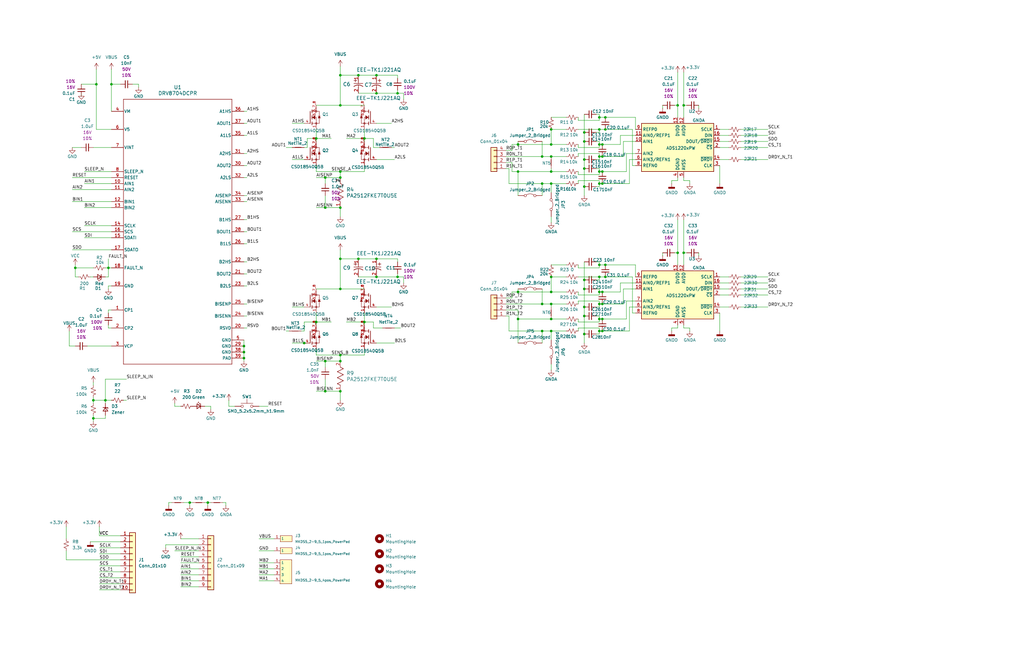
<source format=kicad_sch>
(kicad_sch (version 20250114) (generator "eeschema") (generator_version "9.0")
  (paper "B")
  (title_block (title "Power Brick") (date "2025-12-15") (rev "1.0") (comment 1 "Urs Utzinger"))
  (junction (at 232.41 77.47))
  (junction (at 143.51 109.22))
  (junction (at 40.64 35.56))
  (junction (at 218.44 134.62))
  (junction (at 246.38 121.92))
  (junction (at 218.44 60.96))
  (junction (at 228.6 66.04))
  (junction (at 39.37 168.91))
  (junction (at 46.99 35.56))
  (junction (at 228.6 128.27))
  (junction (at 158.75 39.37))
  (junction (at 143.51 87.63))
  (junction (at 255.27 111.76))
  (junction (at 252.73 54.61))
  (junction (at 254 134.62))
  (junction (at 246.38 71.12))
  (junction (at 158.75 116.84))
  (junction (at 143.51 44.45))
  (junction (at 246.38 118.11))
  (junction (at 232.41 134.62))
  (junction (at 45.72 113.03))
  (junction (at 252.73 66.04))
  (junction (at 87.63 212.09))
  (junction (at 158.75 31.75))
  (junction (at 255.27 49.53))
  (junction (at 252.73 111.76))
  (junction (at 158.75 109.22))
  (junction (at 252.73 116.84))
  (junction (at 232.41 116.84))
  (junction (at 232.41 66.04))
  (junction (at 252.73 123.19))
  (junction (at 246.38 78.74))
  (junction (at 255.27 116.84))
  (junction (at 252.73 72.39))
  (junction (at 252.73 139.7))
  (junction (at 252.73 49.53))
  (junction (at 285.75 44.45))
  (junction (at 80.01 212.09))
  (junction (at 254 66.04))
  (junction (at 252.73 134.62))
  (junction (at 246.38 140.97))
  (junction (at 153.67 135.89))
  (junction (at 218.44 123.19))
  (junction (at 44.45 168.91))
  (junction (at 143.51 74.93))
  (junction (at 288.29 106.68))
  (junction (at 254 77.47))
  (junction (at 31.75 113.03))
  (junction (at 143.51 31.75))
  (junction (at 167.64 116.84))
  (junction (at 133.35 58.42))
  (junction (at 232.41 128.27))
  (junction (at 232.41 60.96))
  (junction (at 246.38 67.31))
  (junction (at 137.16 165.1))
  (junction (at 128.27 144.78))
  (junction (at 254 139.7))
  (junction (at 143.51 152.4))
  (junction (at 102.87 146.05))
  (junction (at 218.44 72.39))
  (junction (at 167.64 39.37))
  (junction (at 151.13 109.22))
  (junction (at 102.87 148.59))
  (junction (at 228.6 77.47))
  (junction (at 151.13 31.75))
  (junction (at 228.6 139.7))
  (junction (at 143.51 121.92))
  (junction (at 246.38 133.35))
  (junction (at 232.41 54.61))
  (junction (at 137.16 74.93))
  (junction (at 143.51 72.39))
  (junction (at 255.27 54.61))
  (junction (at 288.29 44.45))
  (junction (at 252.73 60.96))
  (junction (at 137.16 87.63))
  (junction (at 232.41 72.39))
  (junction (at 137.16 152.4))
  (junction (at 254 60.96))
  (junction (at 102.87 151.13))
  (junction (at 246.38 129.54))
  (junction (at 254 72.39))
  (junction (at 252.73 77.47))
  (junction (at 143.51 149.86))
  (junction (at 133.35 135.89))
  (junction (at 285.75 106.68))
  (junction (at 254 128.27))
  (junction (at 246.38 59.69))
  (junction (at 232.41 123.19))
  (junction (at 153.67 58.42))
  (junction (at 252.73 128.27))
  (junction (at 246.38 55.88))
  (junction (at 39.37 176.53))
  (junction (at 232.41 139.7))
  (junction (at 143.51 165.1))
  (junction (at 254 123.19))
  (wire (pts (xy 238.76 60.96) (xy 232.41 60.96)))
  (wire (pts (xy 215.9 125.73) (xy 215.9 123.19)))
  (wire (pts (xy 102.87 115.57) (xy 104.14 115.57)))
  (wire (pts (xy 243.84 73.66) (xy 252.73 73.66)))
  (wire (pts (xy 41.91 241.3) (xy 50.8 241.3)))
  (wire (pts (xy 143.51 109.22) (xy 143.51 121.92)))
  (wire (pts (xy 133.35 121.92) (xy 143.51 121.92)))
  (wire (pts (xy 303.53 57.15) (xy 307.34 57.15)))
  (wire (pts (xy 251.46 59.69) (xy 252.73 59.69)))
  (wire (pts (xy 285.75 138.43) (xy 283.21 138.43)))
  (wire (pts (xy 167.64 31.75) (xy 158.75 31.75)))
  (wire (pts (xy 40.64 35.56) (xy 40.64 54.61)))
  (wire (pts (xy 76.2 240.03) (xy 83.82 240.03)))
  (wire (pts (xy 243.84 135.89) (xy 243.84 134.62)))
  (wire (pts (xy 267.97 49.53) (xy 267.97 54.61)))
  (wire (pts (xy 146.05 135.89) (xy 153.67 135.89)))
  (wire (pts (xy 96.52 168.91) (xy 96.52 171.45)))
  (wire (pts (xy 214.63 139.7) (xy 228.6 139.7)))
  (wire (pts (xy 99.06 171.45) (xy 96.52 171.45)))
  (wire (pts (xy 167.64 39.37) (xy 170.18 39.37)))
  (wire (pts (xy 31.75 113.03) (xy 39.37 113.03)))
  (wire (pts (xy 262.89 59.69) (xy 267.97 59.69)))
  (wire (pts (xy 102.87 64.77) (xy 104.14 64.77)))
  (wire (pts (xy 87.63 213.36) (xy 87.63 212.09)))
  (wire (pts (xy 46.99 35.56) (xy 50.8 35.56)))
  (wire (pts (xy 288.29 44.45) (xy 289.56 44.45)))
  (wire (pts (xy 73.66 232.41) (xy 83.82 232.41)))
  (wire (pts (xy 39.37 176.53) (xy 44.45 176.53)))
  (wire (pts (xy 243.84 113.03) (xy 243.84 111.76)))
  (wire (pts (xy 267.97 67.31) (xy 265.43 67.31)))
  (wire (pts (xy 246.38 140.97) (xy 246.38 144.78)))
  (wire (pts (xy 143.51 105.41) (xy 143.51 109.22)))
  (wire (pts (xy 158.75 129.54) (xy 165.1 129.54)))
  (wire (pts (xy 252.73 127) (xy 252.73 128.27)))
  (wire (pts (xy 143.51 27.94) (xy 143.51 31.75)))
  (wire (pts (xy 34.29 35.56) (xy 40.64 35.56)))
  (wire (pts (xy 255.27 49.53) (xy 252.73 49.53)))
  (wire (pts (xy 243.84 138.43) (xy 243.84 139.7)))
  (wire (pts (xy 285.75 137.16) (xy 285.75 138.43)))
  (wire (pts (xy 265.43 129.54) (xy 265.43 139.7)))
  (wire (pts (xy 44.45 116.84) (xy 45.72 116.84)))
  (wire (pts (xy 213.36 133.35) (xy 214.63 133.35)))
  (wire (pts (xy 77.47 212.09) (xy 80.01 212.09)))
  (wire (pts (xy 285.75 106.68) (xy 285.75 111.76)))
  (wire (pts (xy 104.14 102.87) (xy 102.87 102.87)))
  (wire (pts (xy 45.72 138.43) (xy 46.99 138.43)))
  (wire (pts (xy 243.84 113.03) (xy 252.73 113.03)))
  (wire (pts (xy 133.35 135.89) (xy 128.27 135.89)))
  (wire (pts (xy 252.73 110.49) (xy 252.73 111.76)))
  (wire (pts (xy 102.87 57.15) (xy 104.14 57.15)))
  (wire (pts (xy 303.53 121.92) (xy 307.34 121.92)))
  (wire (pts (xy 58.42 36.83) (xy 58.42 35.56)))
  (wire (pts (xy 27.94 232.41) (xy 27.94 236.22)))
  (wire (pts (xy 288.29 137.16) (xy 288.29 138.43)))
  (wire (pts (xy 160.02 62.23) (xy 157.48 62.23)))
  (wire (pts (xy 109.22 245.11) (xy 115.57 245.11)))
  (wire (pts (xy 252.73 138.43) (xy 252.73 139.7)))
  (wire (pts (xy 228.6 121.92) (xy 228.6 128.27)))
  (wire (pts (xy 312.42 129.54) (xy 323.85 129.54)))
  (wire (pts (xy 120.65 139.7) (xy 121.92 139.7)))
  (wire (pts (xy 73.66 171.45) (xy 73.66 170.18)))
  (wire (pts (xy 266.7 69.85) (xy 267.97 69.85)))
  (wire (pts (xy 27.94 236.22) (xy 50.8 236.22)))
  (wire (pts (xy 232.41 54.61) (xy 232.41 60.96)))
  (wire (pts (xy 252.73 135.89) (xy 252.73 134.62)))
  (wire (pts (xy 30.48 80.01) (xy 46.99 80.01)))
  (wire (pts (xy 303.53 69.85) (xy 303.53 77.47)))
  (wire (pts (xy 133.35 87.63) (xy 137.16 87.63)))
  (wire (pts (xy 243.84 124.46) (xy 252.73 124.46)))
  (wire (pts (xy 33.02 116.84) (xy 31.75 116.84)))
  (wire (pts (xy 143.51 109.22) (xy 151.13 109.22)))
  (wire (pts (xy 303.53 129.54) (xy 307.34 129.54)))
  (wire (pts (xy 243.84 76.2) (xy 243.84 77.47)))
  (wire (pts (xy 151.13 39.37) (xy 158.75 39.37)))
  (wire (pts (xy 264.16 72.39) (xy 264.16 64.77)))
  (wire (pts (xy 102.87 143.51) (xy 102.87 146.05)))
  (wire (pts (xy 76.2 227.33) (xy 83.82 227.33)))
  (wire (pts (xy 303.53 124.46) (xy 307.34 124.46)))
  (wire (pts (xy 139.7 58.42) (xy 133.35 58.42)))
  (wire (pts (xy 58.42 35.56) (xy 55.88 35.56)))
  (wire (pts (xy 246.38 55.88) (xy 246.38 59.69)))
  (wire (pts (xy 254 66.04) (xy 252.73 66.04)))
  (wire (pts (xy 232.41 77.47) (xy 232.41 81.28)))
  (wire (pts (xy 262.89 121.92) (xy 267.97 121.92)))
  (wire (pts (xy 252.73 129.54) (xy 252.73 128.27)))
  (wire (pts (xy 128.27 62.23) (xy 129.54 62.23)))
  (wire (pts (xy 252.73 78.74) (xy 252.73 77.47)))
  (wire (pts (xy 228.6 77.47) (xy 228.6 82.55)))
  (wire (pts (xy 215.9 68.58) (xy 215.9 72.39)))
  (wire (pts (xy 228.6 77.47) (xy 232.41 77.47)))
  (wire (pts (xy 30.48 85.09) (xy 46.99 85.09)))
  (wire (pts (xy 143.51 87.63) (xy 143.51 91.44)))
  (wire (pts (xy 39.37 168.91) (xy 39.37 170.18)))
  (wire (pts (xy 254 128.27) (xy 262.89 128.27)))
  (wire (pts (xy 167.64 110.49) (xy 167.64 109.22)))
  (wire (pts (xy 232.41 54.61) (xy 238.76 54.61)))
  (wire (pts (xy 261.62 119.38) (xy 261.62 123.19)))
  (wire (pts (xy 243.84 138.43) (xy 252.73 138.43)))
  (wire (pts (xy 303.53 67.31) (xy 307.34 67.31)))
  (wire (pts (xy 137.16 74.93) (xy 137.16 77.47)))
  (wire (pts (xy 102.87 92.71) (xy 104.14 92.71)))
  (wire (pts (xy 252.73 121.92) (xy 252.73 123.19)))
  (wire (pts (xy 137.16 160.02) (xy 137.16 165.1)))
  (wire (pts (xy 213.36 130.81) (xy 218.44 130.81)))
  (wire (pts (xy 265.43 67.31) (xy 265.43 77.47)))
  (wire (pts (xy 284.48 44.45) (xy 285.75 44.45)))
  (wire (pts (xy 27.94 222.25) (xy 27.94 227.33)))
  (wire (pts (xy 76.2 245.11) (xy 83.82 245.11)))
  (wire (pts (xy 45.72 120.65) (xy 45.72 121.92)))
  (wire (pts (xy 285.75 76.2) (xy 283.21 76.2)))
  (wire (pts (xy 128.27 135.89) (xy 128.27 139.7)))
  (wire (pts (xy 30.48 105.41) (xy 46.99 105.41)))
  (wire (pts (xy 252.73 48.26) (xy 252.73 49.53)))
  (wire (pts (xy 35.56 72.39) (xy 46.99 72.39)))
  (wire (pts (xy 243.84 62.23) (xy 252.73 62.23)))
  (wire (pts (xy 213.36 71.12) (xy 214.63 71.12)))
  (wire (pts (xy 290.83 76.2) (xy 290.83 77.47)))
  (wire (pts (xy 251.46 129.54) (xy 252.73 129.54)))
  (wire (pts (xy 41.91 248.92) (xy 50.8 248.92)))
  (wire (pts (xy 39.37 175.26) (xy 39.37 176.53)))
  (wire (pts (xy 102.87 133.35) (xy 104.14 133.35)))
  (wire (pts (xy 251.46 48.26) (xy 252.73 48.26)))
  (wire (pts (xy 267.97 129.54) (xy 265.43 129.54)))
  (wire (pts (xy 109.22 232.41) (xy 115.57 232.41)))
  (wire (pts (xy 76.2 242.57) (xy 83.82 242.57)))
  (wire (pts (xy 288.29 106.68) (xy 289.56 106.68)))
  (wire (pts (xy 265.43 77.47) (xy 254 77.47)))
  (wire (pts (xy 228.6 66.04) (xy 232.41 66.04)))
  (wire (pts (xy 246.38 133.35) (xy 246.38 140.97)))
  (wire (pts (xy 161.29 138.43) (xy 157.48 138.43)))
  (wire (pts (xy 251.46 110.49) (xy 252.73 110.49)))
  (wire (pts (xy 87.63 212.09) (xy 88.9 212.09)))
  (wire (pts (xy 29.21 139.7) (xy 29.21 146.05)))
  (wire (pts (xy 285.75 92.71) (xy 285.75 106.68)))
  (wire (pts (xy 143.51 121.92) (xy 153.67 121.92)))
  (wire (pts (xy 30.48 62.23) (xy 34.29 62.23)))
  (wire (pts (xy 243.84 64.77) (xy 252.73 64.77)))
  (wire (pts (xy 267.97 111.76) (xy 267.97 116.84)))
  (wire (pts (xy 218.44 60.96) (xy 232.41 60.96)))
  (wire (pts (xy 45.72 116.84) (xy 45.72 113.03)))
  (wire (pts (xy 267.97 57.15) (xy 261.62 57.15)))
  (wire (pts (xy 143.51 149.86) (xy 153.67 149.86)))
  (wire (pts (xy 213.36 68.58) (xy 215.9 68.58)))
  (wire (pts (xy 143.51 72.39) (xy 153.67 72.39)))
  (wire (pts (xy 129.54 144.78) (xy 128.27 144.78)))
  (wire (pts (xy 95.25 212.09) (xy 95.25 213.36)))
  (wire (pts (xy 312.42 57.15) (xy 323.85 57.15)))
  (wire (pts (xy 41.91 231.14) (xy 50.8 231.14)))
  (wire (pts (xy 167.64 109.22) (xy 158.75 109.22)))
  (wire (pts (xy 158.75 39.37) (xy 167.64 39.37)))
  (wire (pts (xy 102.87 138.43) (xy 104.14 138.43)))
  (wire (pts (xy 137.16 82.55) (xy 137.16 87.63)))
  (wire (pts (xy 158.75 67.31) (xy 166.37 67.31)))
  (wire (pts (xy 129.54 58.42) (xy 133.35 58.42)))
  (wire (pts (xy 71.12 212.09) (xy 71.12 213.36)))
  (wire (pts (xy 238.76 123.19) (xy 232.41 123.19)))
  (wire (pts (xy 254 77.47) (xy 252.73 77.47)))
  (wire (pts (xy 123.19 52.07) (xy 128.27 52.07)))
  (wire (pts (xy 102.87 110.49) (xy 104.14 110.49)))
  (wire (pts (xy 36.83 146.05) (xy 46.99 146.05)))
  (wire (pts (xy 303.53 54.61) (xy 307.34 54.61)))
  (wire (pts (xy 303.53 132.08) (xy 303.53 139.7)))
  (wire (pts (xy 213.36 125.73) (xy 215.9 125.73)))
  (wire (pts (xy 151.13 109.22) (xy 158.75 109.22)))
  (wire (pts (xy 218.44 72.39) (xy 218.44 82.55)))
  (wire (pts (xy 215.9 63.5) (xy 215.9 60.96)))
  (wire (pts (xy 137.16 87.63) (xy 143.51 87.63)))
  (wire (pts (xy 266.7 54.61) (xy 266.7 69.85)))
  (wire (pts (xy 243.84 54.61) (xy 252.73 54.61)))
  (wire (pts (xy 279.4 44.45) (xy 279.4 45.72)))
  (wire (pts (xy 254 66.04) (xy 262.89 66.04)))
  (wire (pts (xy 218.44 130.81) (xy 218.44 134.62)))
  (wire (pts (xy 246.38 71.12) (xy 246.38 78.74)))
  (wire (pts (xy 151.13 31.75) (xy 158.75 31.75)))
  (wire (pts (xy 243.84 64.77) (xy 243.84 66.04)))
  (wire (pts (xy 312.42 62.23) (xy 323.85 62.23)))
  (wire (pts (xy 218.44 134.62) (xy 218.44 144.78)))
  (wire (pts (xy 214.63 133.35) (xy 214.63 139.7)))
  (wire (pts (xy 123.19 144.78) (xy 128.27 144.78)))
  (wire (pts (xy 39.37 168.91) (xy 44.45 168.91)))
  (wire (pts (xy 215.9 72.39) (xy 218.44 72.39)))
  (wire (pts (xy 255.27 54.61) (xy 266.7 54.61)))
  (wire (pts (xy 285.75 30.48) (xy 285.75 44.45)))
  (wire (pts (xy 153.67 58.42) (xy 153.67 59.69)))
  (wire (pts (xy 254 60.96) (xy 252.73 60.96)))
  (wire (pts (xy 312.42 67.31) (xy 323.85 67.31)))
  (wire (pts (xy 251.46 71.12) (xy 252.73 71.12)))
  (wire (pts (xy 88.9 171.45) (xy 88.9 172.72)))
  (wire (pts (xy 264.16 64.77) (xy 267.97 64.77)))
  (wire (pts (xy 44.45 175.26) (xy 44.45 176.53)))
  (wire (pts (xy 30.48 74.93) (xy 46.99 74.93)))
  (wire (pts (xy 252.73 54.61) (xy 252.73 55.88)))
  (wire (pts (xy 243.84 62.23) (xy 243.84 60.96)))
  (wire (pts (xy 93.98 212.09) (xy 95.25 212.09)))
  (wire (pts (xy 44.45 168.91) (xy 44.45 160.02)))
  (wire (pts (xy 283.21 76.2) (xy 283.21 77.47)))
  (wire (pts (xy 102.87 69.85) (xy 104.14 69.85)))
  (wire (pts (xy 102.87 148.59) (xy 102.87 151.13)))
  (wire (pts (xy 41.91 238.76) (xy 50.8 238.76)))
  (wire (pts (xy 252.73 73.66) (xy 252.73 72.39)))
  (wire (pts (xy 294.64 44.45) (xy 294.64 45.72)))
  (wire (pts (xy 261.62 57.15) (xy 261.62 60.96)))
  (wire (pts (xy 279.4 106.68) (xy 279.4 107.95)))
  (wire (pts (xy 153.67 149.86) (xy 153.67 147.32)))
  (wire (pts (xy 232.41 91.44) (xy 232.41 93.98)))
  (wire (pts (xy 167.64 116.84) (xy 170.18 116.84)))
  (wire (pts (xy 44.45 168.91) (xy 46.99 168.91)))
  (wire (pts (xy 255.27 116.84) (xy 252.73 116.84)))
  (wire (pts (xy 133.35 69.85) (xy 133.35 72.39)))
  (wire (pts (xy 109.22 237.49) (xy 115.57 237.49)))
  (wire (pts (xy 44.45 113.03) (xy 45.72 113.03)))
  (wire (pts (xy 261.62 60.96) (xy 254 60.96)))
  (wire (pts (xy 41.91 243.84) (xy 50.8 243.84)))
  (wire (pts (xy 254 128.27) (xy 252.73 128.27)))
  (wire (pts (xy 46.99 29.21) (xy 46.99 35.56)))
  (wire (pts (xy 29.21 146.05) (xy 31.75 146.05)))
  (wire (pts (xy 153.67 54.61) (xy 153.67 58.42)))
  (wire (pts (xy 45.72 109.22) (xy 45.72 113.03)))
  (wire (pts (xy 80.01 212.09) (xy 81.28 212.09)))
  (wire (pts (xy 285.75 74.93) (xy 285.75 76.2)))
  (wire (pts (xy 44.45 160.02) (xy 53.34 160.02)))
  (wire (pts (xy 243.84 124.46) (xy 243.84 123.19)))
  (wire (pts (xy 254 123.19) (xy 252.73 123.19)))
  (wire (pts (xy 44.45 168.91) (xy 44.45 170.18)))
  (wire (pts (xy 157.48 58.42) (xy 157.48 62.23)))
  (wire (pts (xy 283.21 138.43) (xy 283.21 139.7)))
  (wire (pts (xy 252.73 116.84) (xy 252.73 118.11)))
  (wire (pts (xy 158.75 144.78) (xy 166.37 144.78)))
  (wire (pts (xy 35.56 100.33) (xy 46.99 100.33)))
  (wire (pts (xy 143.51 72.39) (xy 143.51 74.93)))
  (wire (pts (xy 215.9 123.19) (xy 218.44 123.19)))
  (wire (pts (xy 34.29 40.64) (xy 34.29 39.37)))
  (wire (pts (xy 218.44 134.62) (xy 232.41 134.62)))
  (wire (pts (xy 255.27 111.76) (xy 267.97 111.76)))
  (wire (pts (xy 246.38 121.92) (xy 246.38 129.54)))
  (wire (pts (xy 137.16 152.4) (xy 143.51 152.4)))
  (wire (pts (xy 128.27 139.7) (xy 127 139.7)))
  (wire (pts (xy 232.41 153.67) (xy 232.41 156.21)))
  (wire (pts (xy 243.84 50.8) (xy 243.84 49.53)))
  (wire (pts (xy 76.2 237.49) (xy 83.82 237.49)))
  (wire (pts (xy 215.9 60.96) (xy 218.44 60.96)))
  (wire (pts (xy 133.35 54.61) (xy 133.35 58.42)))
  (wire (pts (xy 232.41 71.12) (xy 232.41 72.39)))
  (wire (pts (xy 46.99 120.65) (xy 45.72 120.65)))
  (wire (pts (xy 312.42 121.92) (xy 323.85 121.92)))
  (wire (pts (xy 39.37 176.53) (xy 39.37 177.8)))
  (wire (pts (xy 102.87 97.79) (xy 104.14 97.79)))
  (wire (pts (xy 46.99 35.56) (xy 46.99 46.99)))
  (wire (pts (xy 246.38 110.49) (xy 246.38 118.11)))
  (wire (pts (xy 133.35 135.89) (xy 133.35 137.16)))
  (wire (pts (xy 252.73 124.46) (xy 252.73 123.19)))
  (wire (pts (xy 31.75 111.76) (xy 31.75 113.03)))
  (wire (pts (xy 254 72.39) (xy 252.73 72.39)))
  (wire (pts (xy 246.38 48.26) (xy 246.38 55.88)))
  (wire (pts (xy 133.35 74.93) (xy 137.16 74.93)))
  (wire (pts (xy 251.46 78.74) (xy 252.73 78.74)))
  (wire (pts (xy 143.51 44.45) (xy 153.67 44.45)))
  (wire (pts (xy 86.36 171.45) (xy 88.9 171.45)))
  (wire (pts (xy 303.53 62.23) (xy 307.34 62.23)))
  (wire (pts (xy 246.38 118.11) (xy 246.38 121.92)))
  (wire (pts (xy 252.73 59.69) (xy 252.73 60.96)))
  (wire (pts (xy 264.16 127) (xy 267.97 127)))
  (wire (pts (xy 288.29 74.93) (xy 288.29 76.2)))
  (wire (pts (xy 232.41 111.76) (xy 238.76 111.76)))
  (wire (pts (xy 252.73 64.77) (xy 252.73 66.04)))
  (wire (pts (xy 153.67 135.89) (xy 157.48 135.89)))
  (wire (pts (xy 214.63 71.12) (xy 214.63 77.47)))
  (wire (pts (xy 102.87 120.65) (xy 104.14 120.65)))
  (wire (pts (xy 137.16 152.4) (xy 137.16 154.94)))
  (wire (pts (xy 261.62 123.19) (xy 254 123.19)))
  (wire (pts (xy 284.48 106.68) (xy 285.75 106.68)))
  (wire (pts (xy 102.87 146.05) (xy 102.87 148.59)))
  (wire (pts (xy 109.22 227.33) (xy 115.57 227.33)))
  (wire (pts (xy 213.36 128.27) (xy 228.6 128.27)))
  (wire (pts (xy 285.75 44.45) (xy 285.75 49.53)))
  (wire (pts (xy 252.73 140.97) (xy 252.73 139.7)))
  (wire (pts (xy 133.35 72.39) (xy 143.51 72.39)))
  (wire (pts (xy 218.44 123.19) (xy 232.41 123.19)))
  (wire (pts (xy 252.73 71.12) (xy 252.73 72.39)))
  (wire (pts (xy 35.56 87.63) (xy 46.99 87.63)))
  (wire (pts (xy 102.87 128.27) (xy 104.14 128.27)))
  (wire (pts (xy 255.27 54.61) (xy 252.73 54.61)))
  (wire (pts (xy 143.51 31.75) (xy 143.51 44.45)))
  (wire (pts (xy 151.13 116.84) (xy 158.75 116.84)))
  (wire (pts (xy 167.64 115.57) (xy 167.64 116.84)))
  (wire (pts (xy 251.46 121.92) (xy 252.73 121.92)))
  (wire (pts (xy 109.22 242.57) (xy 115.57 242.57)))
  (wire (pts (xy 166.37 138.43) (xy 168.91 138.43)))
  (wire (pts (xy 76.2 171.45) (xy 73.66 171.45)))
  (wire (pts (xy 312.42 54.61) (xy 323.85 54.61)))
  (wire (pts (xy 213.36 66.04) (xy 228.6 66.04)))
  (wire (pts (xy 72.39 212.09) (xy 71.12 212.09)))
  (wire (pts (xy 167.64 38.1) (xy 167.64 39.37)))
  (wire (pts (xy 153.67 132.08) (xy 153.67 135.89)))
  (wire (pts (xy 39.37 161.29) (xy 39.37 162.56)))
  (wire (pts (xy 41.91 222.25) (xy 41.91 226.06)))
  (wire (pts (xy 290.83 138.43) (xy 290.83 139.7)))
  (wire (pts (xy 158.75 116.84) (xy 167.64 116.84)))
  (wire (pts (xy 252.73 133.35) (xy 252.73 134.62)))
  (wire (pts (xy 266.7 116.84) (xy 266.7 132.08)))
  (wire (pts (xy 251.46 133.35) (xy 252.73 133.35)))
  (wire (pts (xy 45.72 132.08) (xy 45.72 130.81)))
  (wire (pts (xy 254 134.62) (xy 264.16 134.62)))
  (wire (pts (xy 38.1 228.6) (xy 50.8 228.6)))
  (wire (pts (xy 254 139.7) (xy 252.73 139.7)))
  (wire (pts (xy 137.16 74.93) (xy 143.51 74.93)))
  (wire (pts (xy 129.54 62.23) (xy 129.54 58.42)))
  (wire (pts (xy 243.84 116.84) (xy 252.73 116.84)))
  (wire (pts (xy 251.46 67.31) (xy 252.73 67.31)))
  (wire (pts (xy 143.51 149.86) (xy 143.51 152.4)))
  (wire (pts (xy 218.44 59.69) (xy 218.44 60.96)))
  (wire (pts (xy 133.35 152.4) (xy 137.16 152.4)))
  (wire (pts (xy 40.64 29.21) (xy 40.64 35.56)))
  (wire (pts (xy 252.73 67.31) (xy 252.73 66.04)))
  (wire (pts (xy 41.91 246.38) (xy 50.8 246.38)))
  (wire (pts (xy 267.97 119.38) (xy 261.62 119.38)))
  (wire (pts (xy 213.36 63.5) (xy 215.9 63.5)))
  (wire (pts (xy 266.7 132.08) (xy 267.97 132.08)))
  (wire (pts (xy 303.53 116.84) (xy 307.34 116.84)))
  (wire (pts (xy 102.87 46.99) (xy 104.14 46.99)))
  (wire (pts (xy 102.87 151.13) (xy 102.87 152.4)))
  (wire (pts (xy 232.41 116.84) (xy 232.41 123.19)))
  (wire (pts (xy 243.84 127) (xy 252.73 127)))
  (wire (pts (xy 303.53 119.38) (xy 307.34 119.38)))
  (wire (pts (xy 252.73 50.8) (xy 252.73 49.53)))
  (wire (pts (xy 39.37 167.64) (xy 39.37 168.91)))
  (wire (pts (xy 288.29 92.71) (xy 288.29 106.68)))
  (wire (pts (xy 288.29 138.43) (xy 290.83 138.43)))
  (wire (pts (xy 255.27 49.53) (xy 267.97 49.53)))
  (wire (pts (xy 102.87 52.07) (xy 104.14 52.07)))
  (wire (pts (xy 228.6 59.69) (xy 228.6 66.04)))
  (wire (pts (xy 167.64 33.02) (xy 167.64 31.75)))
  (wire (pts (xy 45.72 137.16) (xy 45.72 138.43)))
  (wire (pts (xy 262.89 66.04) (xy 262.89 59.69)))
  (wire (pts (xy 123.19 67.31) (xy 128.27 67.31)))
  (wire (pts (xy 143.51 165.1) (xy 143.51 168.91)))
  (wire (pts (xy 251.46 140.97) (xy 252.73 140.97)))
  (wire (pts (xy 228.6 139.7) (xy 232.41 139.7)))
  (wire (pts (xy 232.41 128.27) (xy 232.41 129.54)))
  (wire (pts (xy 312.42 116.84) (xy 323.85 116.84)))
  (wire (pts (xy 143.51 31.75) (xy 151.13 31.75)))
  (wire (pts (xy 252.73 55.88) (xy 251.46 55.88)))
  (wire (pts (xy 102.87 74.93) (xy 104.14 74.93)))
  (wire (pts (xy 69.85 229.87) (xy 69.85 231.14)))
  (wire (pts (xy 232.41 49.53) (xy 238.76 49.53)))
  (wire (pts (xy 255.27 111.76) (xy 252.73 111.76)))
  (wire (pts (xy 312.42 119.38) (xy 323.85 119.38)))
  (wire (pts (xy 102.87 85.09) (xy 104.14 85.09)))
  (wire (pts (xy 170.18 116.84) (xy 170.18 119.38)))
  (wire (pts (xy 137.16 165.1) (xy 143.51 165.1)))
  (wire (pts (xy 243.84 73.66) (xy 243.84 72.39)))
  (wire (pts (xy 232.41 66.04) (xy 238.76 66.04)))
  (wire (pts (xy 262.89 128.27) (xy 262.89 121.92)))
  (wire (pts (xy 133.35 147.32) (xy 133.35 149.86)))
  (wire (pts (xy 109.22 240.03) (xy 115.57 240.03)))
  (wire (pts (xy 246.38 59.69) (xy 246.38 67.31)))
  (wire (pts (xy 146.05 58.42) (xy 153.67 58.42)))
  (wire (pts (xy 153.67 58.42) (xy 157.48 58.42)))
  (wire (pts (xy 288.29 30.48) (xy 288.29 44.45)))
  (wire (pts (xy 76.2 234.95) (xy 83.82 234.95)))
  (wire (pts (xy 69.85 229.87) (xy 83.82 229.87)))
  (wire (pts (xy 76.2 247.65) (xy 83.82 247.65)))
  (wire (pts (xy 312.42 124.46) (xy 323.85 124.46)))
  (wire (pts (xy 243.84 135.89) (xy 252.73 135.89)))
  (wire (pts (xy 133.35 58.42) (xy 133.35 59.69)))
  (wire (pts (xy 153.67 72.39) (xy 153.67 69.85)))
  (wire (pts (xy 228.6 139.7) (xy 228.6 144.78)))
  (wire (pts (xy 254 134.62) (xy 252.73 134.62)))
  (wire (pts (xy 157.48 135.89) (xy 157.48 138.43)))
  (wire (pts (xy 252.73 62.23) (xy 252.73 60.96)))
  (wire (pts (xy 123.19 129.54) (xy 128.27 129.54)))
  (wire (pts (xy 232.41 72.39) (xy 238.76 72.39)))
  (wire (pts (xy 238.76 139.7) (xy 232.41 139.7)))
  (wire (pts (xy 80.01 212.09) (xy 80.01 213.36)))
  (wire (pts (xy 133.35 132.08) (xy 133.35 135.89)))
  (wire (pts (xy 218.44 121.92) (xy 218.44 123.19)))
  (wire (pts (xy 170.18 39.37) (xy 170.18 41.91)))
  (wire (pts (xy 265.43 139.7) (xy 254 139.7)))
  (wire (pts (xy 288.29 76.2) (xy 290.83 76.2)))
  (wire (pts (xy 165.1 62.23) (xy 166.37 62.23)))
  (wire (pts (xy 45.72 113.03) (xy 46.99 113.03)))
  (wire (pts (xy 35.56 77.47) (xy 46.99 77.47)))
  (wire (pts (xy 40.64 54.61) (xy 46.99 54.61)))
  (wire (pts (xy 312.42 59.69) (xy 323.85 59.69)))
  (wire (pts (xy 39.37 116.84) (xy 38.1 116.84)))
  (wire (pts (xy 254 72.39) (xy 264.16 72.39)))
  (wire (pts (xy 232.41 116.84) (xy 238.76 116.84)))
  (wire (pts (xy 264.16 134.62) (xy 264.16 127)))
  (wire (pts (xy 41.91 226.06) (xy 50.8 226.06)))
  (wire (pts (xy 303.53 59.69) (xy 307.34 59.69)))
  (wire (pts (xy 133.35 44.45) (xy 143.51 44.45)))
  (wire (pts (xy 232.41 134.62) (xy 238.76 134.62)))
  (wire (pts (xy 139.7 135.89) (xy 133.35 135.89)))
  (wire (pts (xy 158.75 52.07) (xy 165.1 52.07)))
  (wire (pts (xy 86.36 212.09) (xy 87.63 212.09)))
  (wire (pts (xy 238.76 77.47) (xy 232.41 77.47)))
  (wire (pts (xy 288.29 49.53) (xy 288.29 44.45)))
  (wire (pts (xy 102.87 82.55) (xy 104.14 82.55)))
  (wire (pts (xy 255.27 116.84) (xy 266.7 116.84)))
  (wire (pts (xy 243.84 127) (xy 243.84 128.27)))
  (wire (pts (xy 133.35 165.1) (xy 137.16 165.1)))
  (wire (pts (xy 243.84 76.2) (xy 252.73 76.2)))
  (wire (pts (xy 153.67 137.16) (xy 153.67 135.89)))
  (wire (pts (xy 288.29 111.76) (xy 288.29 106.68)))
  (wire (pts (xy 246.38 129.54) (xy 246.38 133.35)))
  (wire (pts (xy 228.6 128.27) (xy 232.41 128.27)))
  (wire (pts (xy 52.07 168.91) (xy 53.34 168.91)))
  (wire (pts (xy 218.44 72.39) (xy 232.41 72.39)))
  (wire (pts (xy 252.73 118.11) (xy 251.46 118.11)))
  (wire (pts (xy 214.63 77.47) (xy 228.6 77.47)))
  (wire (pts (xy 31.75 116.84) (xy 31.75 113.03)))
  (wire (pts (xy 45.72 130.81) (xy 46.99 130.81)))
  (wire (pts (xy 30.48 97.79) (xy 46.99 97.79)))
  (wire (pts (xy 41.91 233.68) (xy 50.8 233.68)))
  (wire (pts (xy 232.41 139.7) (xy 232.41 143.51)))
  (wire (pts (xy 133.35 149.86) (xy 143.51 149.86)))
  (wire (pts (xy 39.37 62.23) (xy 46.99 62.23)))
  (wire (pts (xy 252.73 76.2) (xy 252.73 77.47)))
  (wire (pts (xy 232.41 128.27) (xy 238.76 128.27)))
  (wire (pts (xy 246.38 78.74) (xy 246.38 82.55)))
  (wire (pts (xy 120.65 62.23) (xy 123.19 62.23)))
  (wire (pts (xy 252.73 113.03) (xy 252.73 111.76)))
  (wire (pts (xy 243.84 50.8) (xy 252.73 50.8)))
  (wire (pts (xy 109.22 171.45) (xy 113.03 171.45)))
  (wire (pts (xy 294.64 106.68) (xy 294.64 107.95)))
  (wire (pts (xy 35.56 95.25) (xy 46.99 95.25)))
  (wire (pts (xy 246.38 67.31) (xy 246.38 71.12)))
  (label "SLEEP_N_IN" (at 53.34 160.02 0))
  (label "SENS_B" (at 139.7 149.86 0))
  (label "BISENN" (at 133.35 165.1 0))
  (label "B1LS" (at 104.14 102.87 0))
  (label "SCS" (at 41.91 238.76 0))
  (label "CS_T1" (at 41.91 241.3 0))
  (label "SENSE_A" (at 139.7 72.39 0))
  (label "R0N_T2" (at 213.36 128.27 0))
  (label "B2LS" (at 104.14 120.65 0))
  (label "R1N_T2" (at 213.36 133.35 0))
  (label "SCLK" (at 35.56 95.25 0))
  (label "AOUT2" (at 166.37 62.23 0))
  (label "FAULT_N" (at 76.2 237.49 0))
  (label "RSVD" (at 104.14 138.43 0))
  (label "A2LS" (at 166.37 67.31 0))
  (label "SDI" (at 323.85 57.15 0))
  (label "SDI" (at 41.91 233.68 0))
  (label "DRDY_N_T1" (at 323.85 67.31 0))
  (label "AIN2" (at 76.2 242.57 0))
  (label "SDO" (at 323.85 59.69 0))
  (label "AISENP" (at 133.35 74.93 0))
  (label "VCC" (at 41.91 226.06 0))
  (label "CS_T1" (at 323.85 62.23 0))
  (label "MB2" (at 146.05 135.89 0))
  (label "BIN1" (at 76.2 245.11 0))
  (label "B1HS" (at 123.19 129.54 0))
  (label "VBUS" (at 109.22 227.33 0))
  (label "R1N_T1" (at 213.36 71.12 0))
  (label "B1HS" (at 104.14 92.71 0))
  (label "BIN2" (at 35.56 87.63 0))
  (label "R0P_T1" (at 213.36 63.5 0))
  (label "BOUT2" (at 168.91 138.43 0))
  (label "BOUT1" (at 120.65 139.7 180))
  (label "AOUT1" (at 120.65 62.23 180))
  (label "MA1" (at 139.7 58.42 180))
  (label "SDI" (at 323.85 119.38 0))
  (label "SCLK" (at 323.85 54.61 0))
  (label "DRDY_N_T2" (at 323.85 129.54 0))
  (label "AISENN" (at 133.35 87.63 0))
  (label "AISENN" (at 104.14 85.09 0))
  (label "MA1" (at 109.22 245.11 0))
  (label "BISENP" (at 104.14 128.27 0))
  (label "MB2" (at 109.22 237.49 0))
  (label "AIN2" (at 30.48 80.01 0))
  (label "AISENP" (at 104.14 82.55 0))
  (label "GND" (at 109.22 232.41 0))
  (label "MA2" (at 109.22 242.57 0))
  (label "R0N_T1" (at 213.36 66.04 0))
  (label "VCC" (at 41.91 226.06 0))
  (label "BISENN" (at 104.14 133.35 0))
  (label "SCLK" (at 41.91 231.14 0))
  (label "B1LS" (at 123.19 144.78 0))
  (label "A1HS" (at 104.14 46.99 0))
  (label "CS_T2" (at 323.85 124.46 0))
  (label "RESET" (at 30.48 74.93 0))
  (label "A1LS" (at 123.19 67.31 0))
  (label "SDI" (at 35.56 100.33 0))
  (label "SCS" (at 30.48 97.79 0))
  (label "B2HS" (at 165.1 129.54 0))
  (label "BOUT2" (at 104.14 115.57 0))
  (label "RESET" (at 113.03 171.45 0))
  (label "A1HS" (at 123.19 52.07 0))
  (label "R1P_T2" (at 213.36 130.81 0))
  (label "DRDY_N_T1" (at 41.91 246.38 0))
  (label "CS_T2" (at 41.91 243.84 0))
  (label "A2LS" (at 104.14 74.93 0))
  (label "R1P_T1" (at 213.36 68.58 0))
  (label "MA2" (at 146.05 58.42 0))
  (label "SLEEP_N_IN" (at 73.66 232.41 0))
  (label "FAULT_N" (at 45.72 109.22 0))
  (label "SCLK" (at 323.85 116.84 0))
  (label "BISENP" (at 133.35 152.4 0))
  (label "AIN1" (at 76.2 240.03 0))
  (label "BOUT1" (at 104.14 97.79 0))
  (label "BIN1" (at 30.48 85.09 0))
  (label "A1LS" (at 104.14 57.15 0))
  (label "RESET" (at 76.2 234.95 0))
  (label "MB1" (at 139.7 135.89 180))
  (label "R0P_T2" (at 213.36 125.73 0))
  (label "SDO" (at 41.91 236.22 0))
  (label "SDO" (at 323.85 121.92 0))
  (label "B2LS" (at 166.37 144.78 0))
  (label "A2HS" (at 104.14 64.77 0))
  (label "MB1" (at 109.22 240.03 0))
  (label "AOUT1" (at 104.14 52.07 0))
  (label "AIN1" (at 35.56 77.47 0))
  (label "SLEEP_N" (at 35.56 72.39 0))
  (label "SLEEP_N" (at 53.34 168.91 0))
  (label "A2HS" (at 165.1 52.07 0))
  (label "BIN2" (at 76.2 247.65 0))
  (label "DRDY_N_T2" (at 41.91 248.92 0))
  (label "AOUT2" (at 104.14 69.85 0))
  (label "B2HS" (at 104.14 110.49 0))
  (label "SDO" (at 30.48 105.41 0))
  (symbol (lib_id "PCM_SparkFun-Capacitor:10nF_0402_25V_10%") (at 248.92 118.11 90) (unit 1)
    (property "Reference" "C24" (at 251.714 119.126 90))
    (property "Value" "10nF" (at 256.032 118.872 90))
    (property "Footprint" "PCM_SparkFun-Capacitor:C_0402_1005Metric" (effects (hide yes)))
    (property "Datasheet" "https://cdn.sparkfun.com/assets/8/a/4/a/5/Kemet_Capacitor_Datasheet.pdf" (effects (hide yes)))
    (property "Description" "Unpolarized capacitor" (effects (hide yes)))
    (property "PROD_ID" "CAP-24997" (effects (hide yes)))
    (property "Voltage" "50V" (effects (hide yes)))
    (property "Tolerance" "10%" (effects (hide yes)))
  )
  (symbol (lib_id "PCM_SparkFun-Capacitor:0.1uF_0402_16V_10%") (at 254 74.93 0) (unit 1)
    (property "Reference" "C19" (at 254.254 76.708 0) (effects (justify left)))
    (property "Value" "0.1uF" (at 258.572 76.708 0) (effects (justify left)))
    (property "Footprint" "PCM_SparkFun-Capacitor:C_0402_1005Metric" (effects (hide yes)))
    (property "Datasheet" "https://cdn.sparkfun.com/assets/8/a/4/a/5/Kemet_Capacitor_Datasheet.pdf" (effects (hide yes)))
    (property "Description" "Unpolarized capacitor" (effects (hide yes)))
    (property "PROD_ID" "CAP-25565" (effects (hide yes)))
    (property "Voltage" "16V" (effects (hide yes)))
    (property "Tolerance" "10%" (effects (hide yes)))
  )
  (symbol (lib_id "Power_Brick:EEE-TK1J221AQ") (at 158.75 31.75 270) (unit 1)
    (property "Reference" "C7" (at 153.67 35.814 90) (effects (font (size 1.524 1.524)) (justify left)))
    (property "Value" "EEE-TK1J221AQ" (at 150.114 41.402 90) (effects (font (size 1.524 1.524)) (justify left)))
    (property "Footprint" "CAP_PAN_EEE_H13_PAN" (effects (hide yes)))
    (property "Datasheet" "EEE-TK1J221AQ" (effects (hide yes)))
  )
  (symbol (lib_id "Mechanical:MountingHole") (at 160.02 240.03 0) (unit 1) (in_bom no)
    (property "Reference" "H3" (at 162.56 238.7599 0) (effects (justify left)))
    (property "Value" "MountingHole" (at 162.56 241.2999 0) (effects (justify left)))
    (property "Footprint" "MountingHole:MountingHole_3.2mm_M3" (effects (hide yes)))
    (property "Description" "Mounting Hole without connection" (effects (hide yes)))
  )
  (symbol (lib_id "PCM_SparkFun-PowerSymbol:GND") (at 30.48 62.23 0) (unit 1)
    (property "Reference" "#PWR07" (effects (hide yes)))
    (property "Value" "GND" (at 30.48 66.04 0))
    (property "Description" "Power symbol creates a global label with name \"GND\" , ground" (effects (hide yes)))
  )
  (symbol (lib_id "power:+3.3V") (at 41.91 222.25 0) (unit 1)
    (property "Reference" "#PWR042" (effects (hide yes)))
    (property "Value" "+3.3V" (at 37.592 220.472 0))
    (property "Description" "Power symbol creates a global label with name \"+3.3V\"" (effects (hide yes)))
  )
  (symbol (lib_id "Device:R_Small_US") (at 241.3 77.47 90) (unit 1)
    (property "Reference" "R16" (at 237.998 79.756 90))
    (property "Value" "10k" (at 241.3 79.756 90))
    (property "Footprint" "PCM_SparkFun-Resistor:R_0402_1005Metric" (effects (hide yes)))
    (property "Description" "Resistor, small US symbol" (effects (hide yes)))
  )
  (symbol (lib_id "PCM_SparkFun-PowerSymbol:GND") (at 170.18 41.91 0) (unit 1)
    (property "Reference" "#PWR012" (effects (hide yes)))
    (property "Value" "GND" (at 170.18 45.72 0))
    (property "Description" "Power symbol creates a global label with name \"GND\" , ground" (effects (hide yes)))
  )
  (symbol (lib_id "Device:R_Small_US") (at 241.3 123.19 90) (unit 1)
    (property "Reference" "R25" (at 237.998 125.476 90))
    (property "Value" "10k" (at 242.062 125.476 90))
    (property "Footprint" "PCM_SparkFun-Resistor:R_0402_1005Metric" (effects (hide yes)))
    (property "Description" "Resistor, small US symbol" (effects (hide yes)))
  )
  (symbol (lib_id "power:GNDA") (at 246.38 82.55 0) (unit 1)
    (property "Reference" "#PWR031" (effects (hide yes)))
    (property "Value" "GNDA" (at 246.38 86.36 0))
    (property "Description" "Power symbol creates a global label with name \"GNDA\" , analog ground" (effects (hide yes)))
  )
  (symbol (lib_id "PCM_SparkFun-Capacitor:10nF_0402_25V_10%") (at 248.92 59.69 90) (unit 1)
    (property "Reference" "C14" (at 251.46 58.674 90))
    (property "Value" "10nF" (at 255.778 58.674 90))
    (property "Footprint" "PCM_SparkFun-Capacitor:C_0402_1005Metric" (effects (hide yes)))
    (property "Datasheet" "https://cdn.sparkfun.com/assets/8/a/4/a/5/Kemet_Capacitor_Datasheet.pdf" (effects (hide yes)))
    (property "Description" "Unpolarized capacitor" (effects (hide yes)))
    (property "PROD_ID" "CAP-24997" (effects (hide yes)))
    (property "Voltage" "50V" (effects (hide yes)))
    (property "Tolerance" "10%" (effects (hide yes)))
  )
  (symbol (lib_id "Device:R_Small_US") (at 241.3 54.61 90) (unit 1)
    (property "Reference" "R12" (at 237.998 56.896 90))
    (property "Value" "10k" (at 242.062 56.896 90))
    (property "Footprint" "PCM_SparkFun-Resistor:R_0402_1005Metric" (effects (hide yes)))
    (property "Description" "Resistor, small US symbol" (effects (hide yes)))
  )
  (symbol (lib_id "PCM_SparkFun-Resistor:22_0402") (at 49.53 168.91 0) (unit 1)
    (property "Reference" "R7" (at 49.53 162.56 0))
    (property "Value" "22" (at 49.53 165.1 0))
    (property "Footprint" "PCM_SparkFun-Resistor:R_0402_1005Metric" (effects (hide yes)))
    (property "Datasheet" "https://www.vishay.com/docs/20035/dcrcwe3.pdf" (effects (hide yes)))
    (property "Description" "Resistor" (effects (hide yes)))
    (property "PROD_ID" "RES-12427" (effects (hide yes)))
  )
  (symbol (lib_id "Device:NetTie_2") (at 125.73 62.23 0) (unit 1) (in_bom no)
    (property "Reference" "NT1" (at 125.73 58.674 0))
    (property "Value" "NetTie_2" (at 125.476 60.452 0))
    (property "Footprint" "Power_Brick:NetTie-2_SMD_Pad0.25mm" (effects (hide yes)))
    (property "Description" "Net tie, 2 pins" (effects (hide yes)))
  )
  (symbol (lib_id "power:VBUS") (at 143.51 27.94 0) (unit 1)
    (property "Reference" "#PWR010" (effects (hide yes)))
    (property "Value" "VBUS" (at 143.51 22.86 0))
    (property "Description" "Power symbol creates a global label with name \"VBUS\"" (effects (hide yes)))
  )
  (symbol (lib_id "power:+3.3V") (at 285.75 30.48 0) (unit 1)
    (property "Reference" "#PWR025" (effects (hide yes)))
    (property "Value" "+3.3V" (at 281.432 28.702 0))
    (property "Description" "Power symbol creates a global label with name \"+3.3V\"" (effects (hide yes)))
  )
  (symbol (lib_id "Power_Brick:MKDS5_2-9_5_4pos_PowerPad") (at 120.65 242.57 0) (unit 1)
    (property "Reference" "J5" (at 124.46 241.6649 0) (effects (font (size 1.2 1.2)) (justify left)))
    (property "Value" "MKDS5_2-9_5_4pos_PowerPad" (at 124.46 244.856 0) (effects (font (size 1 1)) (justify left)))
    (property "Footprint" "Power_Brick:MKDS5_2-9_5_4pos_PowerPad" (effects (hide yes)))
  )
  (symbol (lib_id "PCM_SparkFun-Resistor:10k_0402") (at 41.91 113.03 0) (unit 1)
    (property "Reference" "R2" (at 41.91 108.712 0))
    (property "Value" "10k" (at 42.164 110.744 0))
    (property "Footprint" "PCM_SparkFun-Resistor:R_0402_1005Metric" (effects (hide yes)))
    (property "Datasheet" "https://www.vishay.com/docs/20035/dcrcwe3.pdf" (effects (hide yes)))
    (property "Description" "Resistor" (effects (hide yes)))
    (property "PROD_ID" "RES-25567" (effects (hide yes)))
  )
  (symbol (lib_id "PCM_SparkFun-Capacitor:0.1uF_0402_16V_10%") (at 255.27 52.07 0) (unit 1)
    (property "Reference" "C20" (at 255.778 53.848 0) (effects (justify left)))
    (property "Value" "0.1uF" (at 260.096 53.848 0) (effects (justify left)))
    (property "Footprint" "PCM_SparkFun-Capacitor:C_0402_1005Metric" (effects (hide yes)))
    (property "Datasheet" "https://cdn.sparkfun.com/assets/8/a/4/a/5/Kemet_Capacitor_Datasheet.pdf" (effects (hide yes)))
    (property "Description" "Unpolarized capacitor" (effects (hide yes)))
    (property "PROD_ID" "CAP-25565" (effects (hide yes)))
    (property "Voltage" "16V" (effects (hide yes)))
    (property "Tolerance" "10%" (effects (hide yes)))
  )
  (symbol (lib_id "Connector_Generic:Conn_01x04") (at 208.28 68.58 180) (unit 1)
    (property "Reference" "J6" (at 208.28 57.15 0))
    (property "Value" "Conn_01x04" (at 208.28 59.69 0))
    (property "Footprint" "Connector_PinHeader_2.54mm:PinHeader_1x04_P2.54mm_Vertical" (effects (hide yes)))
    (property "Description" "Generic connector, single row, 01x04, script generated (kicad-library-utils/schlib/autogen/connector/)" (effects (hide yes)))
  )
  (symbol (lib_id "PCM_SparkFun-Resistor:22_0402") (at 309.88 57.15 0) (unit 1)
    (property "Reference" "R18" (at 317.5 57.15 0))
    (property "Value" "22" (at 314.96 57.15 0))
    (property "Footprint" "PCM_SparkFun-Resistor:R_0402_1005Metric" (effects (hide yes)))
    (property "Datasheet" "https://www.vishay.com/docs/20035/dcrcwe3.pdf" (effects (hide yes)))
    (property "Description" "Resistor" (effects (hide yes)))
    (property "PROD_ID" "RES-12427" (effects (hide yes)))
  )
  (symbol (lib_id "PCM_SparkFun-Resistor:22_0402") (at 309.88 67.31 0) (unit 1)
    (property "Reference" "R21" (at 317.5 67.056 0))
    (property "Value" "22" (at 314.96 67.056 0))
    (property "Footprint" "PCM_SparkFun-Resistor:R_0402_1005Metric" (effects (hide yes)))
    (property "Datasheet" "https://www.vishay.com/docs/20035/dcrcwe3.pdf" (effects (hide yes)))
    (property "Description" "Resistor" (effects (hide yes)))
    (property "PROD_ID" "RES-12427" (effects (hide yes)))
  )
  (symbol (lib_id "PCM_SparkFun-Resistor:200_0402") (at 35.56 116.84 0) (mirror y) (unit 1)
    (property "Reference" "R1" (at 34.798 121.666 0))
    (property "Value" "200" (at 35.56 119.634 0))
    (property "Footprint" "PCM_SparkFun-Resistor:R_0402_1005Metric" (effects (hide yes)))
    (property "Datasheet" "https://www.vishay.com/docs/20035/dcrcwe3.pdf" (effects (hide yes)))
    (property "Description" "Resistor" (effects (hide yes)))
    (property "PROD_ID" "RES-15550" (effects (hide yes)))
  )
  (symbol (lib_id "power:+3.3V") (at 96.52 168.91 0) (unit 1)
    (property "Reference" "#PWR045" (effects (hide yes)))
    (property "Value" "+3.3V" (at 92.202 167.132 0))
    (property "Description" "Power symbol creates a global label with name \"+3.3V\"" (effects (hide yes)))
  )
  (symbol (lib_id "Jumper:Jumper_2_Bridged") (at 232.41 86.36 270) (unit 1)
    (property "Reference" "JP3" (at 237.49 86.36 0))
    (property "Value" "Jumper_2_Bridged" (at 234.95 86.36 0))
    (property "Footprint" "PCM_SparkFun-Jumper:Jumper_2_NO" (effects (hide yes)))
    (property "Description" "Jumper, 2-pole, closed/bridged" (effects (hide yes)))
  )
  (symbol (lib_id "Device:R_Small_US") (at 241.3 72.39 90) (unit 1)
    (property "Reference" "R15" (at 237.998 74.676 90))
    (property "Value" "10k" (at 241.808 74.676 90))
    (property "Footprint" "PCM_SparkFun-Resistor:R_0402_1005Metric" (effects (hide yes)))
    (property "Description" "Resistor, small US symbol" (effects (hide yes)))
  )
  (symbol (lib_id "PCM_SparkFun-Resistor:22_0402") (at 309.88 129.54 0) (unit 1)
    (property "Reference" "R33" (at 317.5 129.286 0))
    (property "Value" "22" (at 314.96 129.286 0))
    (property "Footprint" "PCM_SparkFun-Resistor:R_0402_1005Metric" (effects (hide yes)))
    (property "Datasheet" "https://www.vishay.com/docs/20035/dcrcwe3.pdf" (effects (hide yes)))
    (property "Description" "Resistor" (effects (hide yes)))
    (property "PROD_ID" "RES-12427" (effects (hide yes)))
  )
  (symbol (lib_id "PCM_SparkFun-Capacitor:0.1uF_0402_16V_10%") (at 292.1 44.45 90) (unit 1)
    (property "Reference" "C22" (at 292.1063 33.02 90))
    (property "Value" "0.1uF" (at 292.1063 35.56 90))
    (property "Footprint" "PCM_SparkFun-Capacitor:C_0402_1005Metric" (effects (hide yes)))
    (property "Datasheet" "https://cdn.sparkfun.com/assets/8/a/4/a/5/Kemet_Capacitor_Datasheet.pdf" (effects (hide yes)))
    (property "Description" "Unpolarized capacitor" (effects (hide yes)))
    (property "PROD_ID" "CAP-25565" (effects (hide yes)))
    (property "Voltage" "16V" (at 292.1063 38.1 90))
    (property "Tolerance" "10%" (at 292.1063 40.64 90))
  )
  (symbol (lib_id "Analog_ADC:ADS1220xPW") (at 285.75 62.23 0) (unit 1)
    (property "Reference" "U2" (at 290.4333 46.99 0) (effects (justify left)))
    (property "Value" "ADS1220xPW" (at 280.924 62.484 0) (effects (justify left)))
    (property "Footprint" "Package_SO:TSSOP-16_4.4x5mm_P0.65mm" (effects (hide yes)))
    (property "Datasheet" "http://www.ti.com/lit/ds/symlink/ads1220.pdf" (effects (hide yes)))
    (property "Description" "Low-power, quad-input, 24-bit analog to digital converter, integrated temperature sensor, SPI interface, TSSOP-16 package" (effects (hide yes)))
  )
  (symbol (lib_id "Jumper:Jumper_2_Bridged") (at 223.52 121.92 0) (unit 1)
    (property "Reference" "JP4" (at 223.52 116.84 0))
    (property "Value" "Jumper_2_Bridged" (at 223.52 119.38 0))
    (property "Footprint" "PCM_SparkFun-Jumper:Jumper_2_NO" (effects (hide yes)))
    (property "Description" "Jumper, 2-pole, closed/bridged" (effects (hide yes)))
  )
  (symbol (lib_id "PCM_SparkFun-Capacitor:1.0nF_0402_50V_10%") (at 137.16 80.01 180) (unit 1)
    (property "Reference" "C34" (at 139.7 76.1935 0) (effects (justify right)))
    (property "Value" "1.0nF" (at 139.7 78.7335 0) (effects (justify right)))
    (property "Footprint" "PCM_SparkFun-Capacitor:C_0402_1005Metric" (effects (hide yes)))
    (property "Datasheet" "https://cdn.sparkfun.com/assets/8/a/4/a/5/Kemet_Capacitor_Datasheet.pdf" (effects (hide yes)))
    (property "Description" "Unpolarized capacitor" (effects (hide yes)))
    (property "PROD_ID" "CAP-14280" (effects (hide yes)))
    (property "Voltage" "50V" (at 139.7 81.2735 0) (effects (justify right)))
    (property "Tolerance" "10%" (at 139.7 83.8135 0) (effects (justify right)))
  )
  (symbol (lib_id "PCM_SparkFun-Capacitor:10nF_0402_25V_10%") (at 248.92 48.26 90) (unit 1)
    (property "Reference" "C12" (at 251.714 46.99 90))
    (property "Value" "10nF" (at 256.54 46.99 90))
    (property "Footprint" "PCM_SparkFun-Capacitor:C_0402_1005Metric" (effects (hide yes)))
    (property "Datasheet" "https://cdn.sparkfun.com/assets/8/a/4/a/5/Kemet_Capacitor_Datasheet.pdf" (effects (hide yes)))
    (property "Description" "Unpolarized capacitor" (effects (hide yes)))
    (property "PROD_ID" "CAP-24997" (effects (hide yes)))
    (property "Voltage" "50V" (effects (hide yes)))
    (property "Tolerance" "10%" (effects (hide yes)))
  )
  (symbol (lib_id "PCM_SparkFun-PowerSymbol:GND") (at 80.01 213.36 0) (unit 1)
    (property "Reference" "#PWR046" (effects (hide yes)))
    (property "Value" "GND" (at 80.01 217.17 0))
    (property "Description" "Power symbol creates a global label with name \"GND\" , ground" (effects (hide yes)))
  )
  (symbol (lib_id "PCM_SparkFun-Capacitor:0.1uF_0402_16V_10%") (at 254 125.73 0) (unit 1)
    (property "Reference" "C29" (at 254.254 127.508 0) (effects (justify left)))
    (property "Value" "0.1uF" (at 258.572 127.508 0) (effects (justify left)))
    (property "Footprint" "PCM_SparkFun-Capacitor:C_0402_1005Metric" (effects (hide yes)))
    (property "Datasheet" "https://cdn.sparkfun.com/assets/8/a/4/a/5/Kemet_Capacitor_Datasheet.pdf" (effects (hide yes)))
    (property "Description" "Unpolarized capacitor" (effects (hide yes)))
    (property "PROD_ID" "CAP-25565" (effects (hide yes)))
    (property "Voltage" "16V" (effects (hide yes)))
    (property "Tolerance" "10%" (effects (hide yes)))
  )
  (symbol (lib_id "PCM_SparkFun-Capacitor:1.0nF_0402_50V_10%") (at 137.16 157.48 0) (mirror x) (unit 1)
    (property "Reference" "C35" (at 134.62 153.6635 0) (effects (justify right)))
    (property "Value" "1.0nF" (at 134.62 156.2035 0) (effects (justify right)))
    (property "Footprint" "PCM_SparkFun-Capacitor:C_0402_1005Metric" (effects (hide yes)))
    (property "Datasheet" "https://cdn.sparkfun.com/assets/8/a/4/a/5/Kemet_Capacitor_Datasheet.pdf" (effects (hide yes)))
    (property "Description" "Unpolarized capacitor" (effects (hide yes)))
    (property "PROD_ID" "CAP-14280" (effects (hide yes)))
    (property "Voltage" "50V" (at 134.62 158.7435 0) (effects (justify right)))
    (property "Tolerance" "10%" (at 134.62 161.2835 0) (effects (justify right)))
  )
  (symbol (lib_id "power:VBUS") (at 46.99 29.21 0) (unit 1)
    (property "Reference" "#PWR06" (effects (hide yes)))
    (property "Value" "VBUS" (at 46.99 24.13 0))
    (property "Description" "Power symbol creates a global label with name \"VBUS\"" (effects (hide yes)))
  )
  (symbol (lib_id "Power_Brick:EEE-TK1J221AQ") (at 158.75 109.22 270) (unit 1)
    (property "Reference" "C10" (at 153.67 113.284 90) (effects (font (size 1.524 1.524)) (justify left)))
    (property "Value" "EEE-TK1J221AQ" (at 150.114 118.872 90) (effects (font (size 1.524 1.524)) (justify left)))
    (property "Footprint" "CAP_PAN_EEE_H13_PAN" (effects (hide yes)))
    (property "Datasheet" "EEE-TK1J221AQ" (effects (hide yes)))
  )
  (symbol (lib_id "power:GNDA") (at 294.64 107.95 0) (unit 1)
    (property "Reference" "#PWR040" (effects (hide yes)))
    (property "Value" "GNDA" (at 294.64 113.03 0))
    (property "Description" "Power symbol creates a global label with name \"GNDA\" , analog ground" (effects (hide yes)))
  )
  (symbol (lib_id "PCM_SparkFun-Capacitor:0.1uF_0402_16V_10%") (at 34.29 38.1 180) (unit 1)
    (property "Reference" "C1" (at 31.75 41.9038 0) (effects (justify left)))
    (property "Value" "0.1uF" (at 31.75 39.3638 0) (effects (justify left)))
    (property "Footprint" "PCM_SparkFun-Capacitor:C_0402_1005Metric" (effects (hide yes)))
    (property "Datasheet" "https://cdn.sparkfun.com/assets/8/a/4/a/5/Kemet_Capacitor_Datasheet.pdf" (effects (hide yes)))
    (property "Description" "Unpolarized capacitor" (effects (hide yes)))
    (property "PROD_ID" "CAP-25565" (effects (hide yes)))
    (property "Voltage" "16V" (at 31.75 36.8238 0) (effects (justify left)))
    (property "Tolerance" "10%" (at 31.75 34.2838 0) (effects (justify left)))
  )
  (symbol (lib_id "PCM_SparkFun-Capacitor:10nF_0402_25V_10%") (at 248.92 67.31 90) (unit 1)
    (property "Reference" "C15" (at 251.46 68.326 90))
    (property "Value" "10nF" (at 255.778 68.326 90))
    (property "Footprint" "PCM_SparkFun-Capacitor:C_0402_1005Metric" (effects (hide yes)))
    (property "Datasheet" "https://cdn.sparkfun.com/assets/8/a/4/a/5/Kemet_Capacitor_Datasheet.pdf" (effects (hide yes)))
    (property "Description" "Unpolarized capacitor" (effects (hide yes)))
    (property "PROD_ID" "CAP-24997" (effects (hide yes)))
    (property "Voltage" "50V" (effects (hide yes)))
    (property "Tolerance" "10%" (effects (hide yes)))
  )
  (symbol (lib_id "Device:R_Small_US") (at 241.3 116.84 90) (unit 1)
    (property "Reference" "R24" (at 237.998 119.126 90))
    (property "Value" "10k" (at 242.062 119.126 90))
    (property "Footprint" "PCM_SparkFun-Resistor:R_0402_1005Metric" (effects (hide yes)))
    (property "Description" "Resistor, small US symbol" (effects (hide yes)))
  )
  (symbol (lib_id "Analog_ADC:ADS1220xPW") (at 285.75 124.46 0) (unit 1)
    (property "Reference" "U3" (at 290.4333 109.22 0) (effects (justify left)))
    (property "Value" "ADS1220xPW" (at 280.924 124.714 0) (effects (justify left)))
    (property "Footprint" "Package_SO:TSSOP-16_4.4x5mm_P0.65mm" (effects (hide yes)))
    (property "Datasheet" "http://www.ti.com/lit/ds/symlink/ads1220.pdf" (effects (hide yes)))
    (property "Description" "Low-power, quad-input, 24-bit analog to digital converter, integrated temperature sensor, SPI interface, TSSOP-16 package" (effects (hide yes)))
  )
  (symbol (lib_id "PCM_SparkFun-Capacitor:0.1uF_0402_16V_10%") (at 254 137.16 0) (unit 1)
    (property "Reference" "C30" (at 254.254 138.938 0) (effects (justify left)))
    (property "Value" "0.1uF" (at 258.572 138.938 0) (effects (justify left)))
    (property "Footprint" "PCM_SparkFun-Capacitor:C_0402_1005Metric" (effects (hide yes)))
    (property "Datasheet" "https://cdn.sparkfun.com/assets/8/a/4/a/5/Kemet_Capacitor_Datasheet.pdf" (effects (hide yes)))
    (property "Description" "Unpolarized capacitor" (effects (hide yes)))
    (property "PROD_ID" "CAP-25565" (effects (hide yes)))
    (property "Voltage" "16V" (effects (hide yes)))
    (property "Tolerance" "10%" (effects (hide yes)))
  )
  (symbol (lib_id "PCM_SparkFun-Resistor:22_0402") (at 309.88 116.84 0) (unit 1)
    (property "Reference" "R29" (at 317.246 116.84 0))
    (property "Value" "22" (at 314.706 116.84 0))
    (property "Footprint" "PCM_SparkFun-Resistor:R_0402_1005Metric" (effects (hide yes)))
    (property "Datasheet" "https://www.vishay.com/docs/20035/dcrcwe3.pdf" (effects (hide yes)))
    (property "Description" "Resistor" (effects (hide yes)))
    (property "PROD_ID" "RES-12427" (effects (hide yes)))
  )
  (symbol (lib_id "PCM_SparkFun-Resistor:22_0402") (at 309.88 62.23 0) (unit 1)
    (property "Reference" "R20" (at 317.754 62.484 0))
    (property "Value" "22" (at 314.96 62.484 0))
    (property "Footprint" "PCM_SparkFun-Resistor:R_0402_1005Metric" (effects (hide yes)))
    (property "Datasheet" "https://www.vishay.com/docs/20035/dcrcwe3.pdf" (effects (hide yes)))
    (property "Description" "Resistor" (effects (hide yes)))
    (property "PROD_ID" "RES-12427" (effects (hide yes)))
  )
  (symbol (lib_id "Power_Brick:EEE-TK1J221AQ") (at 151.13 31.75 90) (mirror x) (unit 1)
    (property "Reference" "C6" (at 147.828 35.56 90) (effects (font (size 1.524 1.524)) (justify left)))
    (property "Value" "EEE-TK1J221AQ" (at 169.164 29.464 90) (effects (font (size 1.524 1.524)) (justify left)))
    (property "Footprint" "CAP_PAN_EEE_H13_PAN" (effects (hide yes)))
    (property "Datasheet" "EEE-TK1J221AQ" (effects (hide yes)))
  )
  (symbol (lib_id "Power_Brick:DRV8704DCPR") (at 74.93 97.79 0) (unit 1)
    (property "Reference" "U1" (at 74.93 36.83 0) (effects (font (size 1.524 1.524))))
    (property "Value" "DRV8704DCPR" (at 74.93 39.37 0) (effects (font (size 1.524 1.524))))
    (property "Footprint" "DCP0038A_N" (effects (hide yes)))
    (property "Datasheet" "https://www.ti.com/lit/gpn/drv8704" (effects (hide yes)))
  )
  (symbol (lib_id "power:+5V") (at 40.64 29.21 0) (unit 1)
    (property "Reference" "#PWR05" (effects (hide yes)))
    (property "Value" "+5V" (at 40.64 24.13 0))
    (property "Description" "Power symbol creates a global label with name \"+5V\"" (effects (hide yes)))
  )
  (symbol (lib_id "PCM_SparkFun-Capacitor:0.1uF_0402_16V_10%") (at 254 63.5 0) (unit 1)
    (property "Reference" "C18" (at 254.254 65.278 0) (effects (justify left)))
    (property "Value" "0.1uF" (at 258.572 65.278 0) (effects (justify left)))
    (property "Footprint" "PCM_SparkFun-Capacitor:C_0402_1005Metric" (effects (hide yes)))
    (property "Datasheet" "https://cdn.sparkfun.com/assets/8/a/4/a/5/Kemet_Capacitor_Datasheet.pdf" (effects (hide yes)))
    (property "Description" "Unpolarized capacitor" (effects (hide yes)))
    (property "PROD_ID" "CAP-25565" (effects (hide yes)))
    (property "Voltage" "16V" (effects (hide yes)))
    (property "Tolerance" "10%" (effects (hide yes)))
  )
  (symbol (lib_id "power:VBUS") (at 39.37 161.29 0) (unit 1)
    (property "Reference" "#PWR021" (effects (hide yes)))
    (property "Value" "VBUS" (at 39.37 156.21 0))
    (property "Description" "Power symbol creates a global label with name \"VBUS\"" (effects (hide yes)))
  )
  (symbol (lib_id "Connector_Generic:Conn_01x04") (at 208.28 130.81 180) (unit 1)
    (property "Reference" "J7" (at 208.28 119.38 0))
    (property "Value" "Conn_01x04" (at 208.28 121.92 0))
    (property "Footprint" "Connector_PinHeader_2.54mm:PinHeader_1x04_P2.54mm_Vertical" (effects (hide yes)))
    (property "Description" "Generic connector, single row, 01x04, script generated (kicad-library-utils/schlib/autogen/connector/)" (effects (hide yes)))
  )
  (symbol (lib_id "Power_Brick:MKDS5_2-9_5_1pos_PowerPad") (at 120.65 227.33 0) (unit 1)
    (property "Reference" "J3" (at 124.46 226.0599 0) (effects (font (size 1.2 1.2)) (justify left)))
    (property "Value" "MKDS5_2-9_5_1pos_PowerPad" (at 124.46 228.6 0) (effects (font (size 1 1)) (justify left)))
    (property "Footprint" "Power_Brick:MKDS5_2-9_5_1pos_PowerPad" (effects (hide yes)))
  )
  (symbol (lib_id "PCM_SparkFun-Resistor:22_0402") (at 309.88 121.92 0) (unit 1)
    (property "Reference" "R31" (at 317.246 122.174 0))
    (property "Value" "22" (at 314.96 122.174 0))
    (property "Footprint" "PCM_SparkFun-Resistor:R_0402_1005Metric" (effects (hide yes)))
    (property "Datasheet" "https://www.vishay.com/docs/20035/dcrcwe3.pdf" (effects (hide yes)))
    (property "Description" "Resistor" (effects (hide yes)))
    (property "PROD_ID" "RES-12427" (effects (hide yes)))
  )
  (symbol (lib_id "PCM_SparkFun-PowerSymbol:GND") (at 58.42 36.83 0) (unit 1)
    (property "Reference" "#PWR02" (effects (hide yes)))
    (property "Value" "GND" (at 58.42 40.64 0))
    (property "Description" "Power symbol creates a global label with name \"GND\" , ground" (effects (hide yes)))
  )
  (symbol (lib_id "PCM_SparkFun-PowerSymbol:GND") (at 143.51 91.44 0) (unit 1)
    (property "Reference" "#PWR011" (effects (hide yes)))
    (property "Value" "GND" (at 143.51 95.25 0))
    (property "Description" "Power symbol creates a global label with name \"GND\" , ground" (effects (hide yes)))
  )
  (symbol (lib_id "PCM_SparkFun-Capacitor:10nF_0402_25V_10%") (at 248.92 71.12 90) (unit 1)
    (property "Reference" "C16" (at 251.46 70.104 90))
    (property "Value" "10nF" (at 255.778 70.104 90))
    (property "Footprint" "PCM_SparkFun-Capacitor:C_0402_1005Metric" (effects (hide yes)))
    (property "Datasheet" "https://cdn.sparkfun.com/assets/8/a/4/a/5/Kemet_Capacitor_Datasheet.pdf" (effects (hide yes)))
    (property "Description" "Unpolarized capacitor" (effects (hide yes)))
    (property "PROD_ID" "CAP-24997" (effects (hide yes)))
    (property "Voltage" "50V" (effects (hide yes)))
    (property "Tolerance" "10%" (effects (hide yes)))
  )
  (symbol (lib_id "power:+3.3V") (at 288.29 92.71 0) (unit 1)
    (property "Reference" "#PWR038" (effects (hide yes)))
    (property "Value" "+3.3V" (at 292.1 90.678 0))
    (property "Description" "Power symbol creates a global label with name \"+3.3V\"" (effects (hide yes)))
  )
  (symbol (lib_id "power:GNDA") (at 95.25 213.36 0) (unit 1)
    (property "Reference" "#PWR019" (effects (hide yes)))
    (property "Value" "GNDA" (at 95.25 217.17 0))
    (property "Description" "Power symbol creates a global label with name \"GNDA\" , analog ground" (effects (hide yes)))
  )
  (symbol (lib_id "Power_Brick:PA2512FKE7T0U5E") (at 143.51 87.63 90) (unit 1)
    (property "Reference" "R4" (at 146.05 80.0099 90) (effects (font (size 1.524 1.524)) (justify right)))
    (property "Value" "PA2512FKE7T0U5E" (at 146.05 82.5499 90) (effects (font (size 1.524 1.524)) (justify right)))
    (property "Footprint" "RES_PA2512_YAG" (effects (hide yes)))
    (property "Datasheet" "PA2512FKE7T0U5E" (effects (hide yes)))
  )
  (symbol (lib_id "Device:NetTie_2") (at 162.56 62.23 0) (unit 1) (in_bom no)
    (property "Reference" "NT2" (at 162.56 58.928 0))
    (property "Value" "NetTie_2" (at 162.306 60.96 0))
    (property "Footprint" "Power_Brick:NetTie-2_SMD_Pad0.25mm" (effects (hide yes)))
    (property "Description" "Net tie, 2 pins" (effects (hide yes)))
  )
  (symbol (lib_id "PCM_SparkFun-PowerSymbol:VCC") (at 31.75 111.76 0) (unit 1)
    (property "Reference" "#PWR08" (effects (hide yes)))
    (property "Value" "VCC" (at 31.75 107.95 0))
    (property "Description" "Power symbol creates a global label with name \"VCC\"" (effects (hide yes)))
  )
  (symbol (lib_id "PCM_SparkFun-Capacitor:10nF_0402_25V_10%") (at 53.34 35.56 270) (unit 1)
    (property "Reference" "C5" (at 53.3336 24.13 90))
    (property "Value" "10nF" (at 53.3336 26.67 90))
    (property "Footprint" "PCM_SparkFun-Capacitor:C_0402_1005Metric" (effects (hide yes)))
    (property "Datasheet" "https://cdn.sparkfun.com/assets/8/a/4/a/5/Kemet_Capacitor_Datasheet.pdf" (effects (hide yes)))
    (property "Description" "Unpolarized capacitor" (effects (hide yes)))
    (property "PROD_ID" "CAP-24997" (effects (hide yes)))
    (property "Voltage" "50V" (at 53.3336 29.21 90))
    (property "Tolerance" "10%" (at 53.3336 31.75 90))
  )
  (symbol (lib_id "PCM_SparkFun-DiscreteSemi:D_Zener") (at 44.45 172.72 270) (unit 1)
    (property "Reference" "D3" (at 46.99 171.4499 90) (effects (justify left)))
    (property "Value" "Zener" (at 46.99 173.9899 90) (effects (justify left)))
    (property "Footprint" "Diode_SMD:D_SOD-323_HandSoldering" (effects (hide yes)))
    (property "Description" "Zener diode" (effects (hide yes)))
    (property "PROD_ID" "DIO-" (effects (hide yes)))
  )
  (symbol (lib_id "Connector_Generic:Conn_01x09") (at 88.9 237.49 0) (unit 1)
    (property "Reference" "J2" (at 91.44 236.2199 0) (effects (justify left)))
    (property "Value" "Conn_01x09" (at 91.44 238.7599 0) (effects (justify left)))
    (property "Footprint" "Connector_PinHeader_2.54mm:PinHeader_1x09_P2.54mm_Vertical" (effects (hide yes)))
    (property "Description" "Generic connector, single row, 01x09, script generated (kicad-library-utils/schlib/autogen/connector/)" (effects (hide yes)))
  )
  (symbol (lib_id "Power_Brick:CSD18540Q5B") (at 156.21 127 0) (mirror y) (unit 1)
    (property "Reference" "Q7" (at 151.13 125.7299 0) (effects (justify left)))
    (property "Value" "CSD18540Q5B" (at 162.814 132.588 0) (effects (justify left)))
    (property "Footprint" "Power_Brick:TRANS_CSD18540Q5B" (effects (hide yes)))
    (property "MF" "Texas Instruments" (effects (hide yes)))
    (property "MAXIMUM_PACKAGE_HEIGHT" "1.05mm" (effects (hide yes)))
    (property "Package" "VSON-CLIP-8 Texas Instruments" (effects (hide yes)))
    (property "Price" "None" (effects (hide yes)))
    (property "Check_prices" "https://www.snapeda.com/parts/CSD18540Q5B/Texas+Instruments/view-part/?ref=eda" (effects (hide yes)))
    (property "STANDARD" "Manufacturer recommendations" (effects (hide yes)))
    (property "PARTREV" "B" (effects (hide yes)))
    (property "SnapEDA_Link" "https://www.snapeda.com/parts/CSD18540Q5B/Texas+Instruments/view-part/?ref=snap" (effects (hide yes)))
    (property "MP" "CSD18540Q5B" (effects (hide yes)))
    (property "Description_1" "60-V, N channel NexFET™ power MOSFET, single SON 5 mm x 6 mm, 2.2 mOhm" (effects (hide yes)))
    (property "Availability" "In Stock" (effects (hide yes)))
    (property "MANUFACTURER" "Texas Instruments" (effects (hide yes)))
  )
  (symbol (lib_id "power:GNDD") (at 71.12 213.36 0) (unit 1)
    (property "Reference" "#PWR047" (effects (hide yes)))
    (property "Value" "GNDD" (at 71.12 217.17 0))
    (property "Description" "Power symbol creates a global label with name \"GNDD\" , digital ground" (effects (hide yes)))
  )
  (symbol (lib_id "Power_Brick:PA2512FKE7T0U5E") (at 143.51 165.1 90) (unit 1)
    (property "Reference" "R9" (at 146.05 157.4799 90) (effects (font (size 1.524 1.524)) (justify right)))
    (property "Value" "PA2512FKE7T0U5E" (at 146.05 160.0199 90) (effects (font (size 1.524 1.524)) (justify right)))
    (property "Footprint" "RES_PA2512_YAG" (effects (hide yes)))
    (property "Datasheet" "PA2512FKE7T0U5E" (effects (hide yes)))
  )
  (symbol (lib_id "Power_Brick:CSD18540Q5B") (at 130.81 142.24 0) (unit 1)
    (property "Reference" "Q6" (at 135.89 140.9699 0) (effects (justify left)))
    (property "Value" "CSD18540Q5B" (at 122.682 147.828 0) (effects (justify left)))
    (property "Footprint" "Power_Brick:TRANS_CSD18540Q5B" (effects (hide yes)))
    (property "MF" "Texas Instruments" (effects (hide yes)))
    (property "MAXIMUM_PACKAGE_HEIGHT" "1.05mm" (effects (hide yes)))
    (property "Package" "VSON-CLIP-8 Texas Instruments" (effects (hide yes)))
    (property "Price" "None" (effects (hide yes)))
    (property "Check_prices" "https://www.snapeda.com/parts/CSD18540Q5B/Texas+Instruments/view-part/?ref=eda" (effects (hide yes)))
    (property "STANDARD" "Manufacturer recommendations" (effects (hide yes)))
    (property "PARTREV" "B" (effects (hide yes)))
    (property "SnapEDA_Link" "https://www.snapeda.com/parts/CSD18540Q5B/Texas+Instruments/view-part/?ref=snap" (effects (hide yes)))
    (property "MP" "CSD18540Q5B" (effects (hide yes)))
    (property "Description_1" "60-V, N channel NexFET™ power MOSFET, single SON 5 mm x 6 mm, 2.2 mOhm" (effects (hide yes)))
    (property "Availability" "In Stock" (effects (hide yes)))
    (property "MANUFACTURER" "Texas Instruments" (effects (hide yes)))
  )
  (symbol (lib_id "PCM_SparkFun-PowerSymbol:GND") (at 39.37 177.8 0) (unit 1)
    (property "Reference" "#PWR020" (effects (hide yes)))
    (property "Value" "GND" (at 39.37 181.61 0))
    (property "Description" "Power symbol creates a global label with name \"GND\" , ground" (effects (hide yes)))
  )
  (symbol (lib_id "power:VBUS") (at 29.21 139.7 0) (unit 1)
    (property "Reference" "#PWR09" (effects (hide yes)))
    (property "Value" "VBUS" (at 29.21 136.398 0))
    (property "Description" "Power symbol creates a global label with name \"VBUS\"" (effects (hide yes)))
  )
  (symbol (lib_id "PCM_SparkFun-Capacitor:10nF_0402_25V_10%") (at 248.92 110.49 90) (unit 1)
    (property "Reference" "C23" (at 251.968 109.728 90))
    (property "Value" "10nF" (at 257.048 109.728 90))
    (property "Footprint" "PCM_SparkFun-Capacitor:C_0402_1005Metric" (effects (hide yes)))
    (property "Datasheet" "https://cdn.sparkfun.com/assets/8/a/4/a/5/Kemet_Capacitor_Datasheet.pdf" (effects (hide yes)))
    (property "Description" "Unpolarized capacitor" (effects (hide yes)))
    (property "PROD_ID" "CAP-24997" (effects (hide yes)))
    (property "Voltage" "50V" (effects (hide yes)))
    (property "Tolerance" "10%" (effects (hide yes)))
  )
  (symbol (lib_id "power:GNDD") (at 303.53 77.47 0) (unit 1)
    (property "Reference" "#PWR024" (effects (hide yes)))
    (property "Value" "GNDD" (at 303.53 81.28 0))
    (property "Description" "Power symbol creates a global label with name \"GNDD\" , digital ground" (effects (hide yes)))
  )
  (symbol (lib_id "Device:NetTie_2") (at 91.44 212.09 0) (unit 1) (in_bom no)
    (property "Reference" "NT7" (at 91.44 210.312 0))
    (property "Value" "NetTie_2" (effects (hide yes)))
    (property "Footprint" "NetTie:NetTie-2_SMD_Pad2.0mm" (effects (hide yes)))
    (property "Description" "Net tie, 2 pins" (effects (hide yes)))
  )
  (symbol (lib_id "power:GNDD") (at 38.1 228.6 0) (unit 1)
    (property "Reference" "#PWR016" (effects (hide yes)))
    (property "Value" "GNDD" (at 38.1 232.41 0))
    (property "Description" "Power symbol creates a global label with name \"GNDD\" , digital ground" (effects (hide yes)))
  )
  (symbol (lib_id "PCM_SparkFun-PowerSymbol:GND") (at 102.87 152.4 0) (unit 1)
    (property "Reference" "#PWR01" (effects (hide yes)))
    (property "Value" "GND" (at 102.87 156.21 0))
    (property "Description" "Power symbol creates a global label with name \"GND\" , ground" (effects (hide yes)))
  )
  (symbol (lib_id "Device:R_Small_US") (at 232.41 114.3 0) (unit 1)
    (property "Reference" "R22" (at 227.584 113.792 0) (effects (justify left)))
    (property "Value" "20k" (at 227.584 115.57 0) (effects (justify left)))
    (property "Footprint" "PCM_SparkFun-Resistor:R_0402_1005Metric" (effects (hide yes)))
    (property "Description" "Resistor, small US symbol" (effects (hide yes)))
  )
  (symbol (lib_id "PCM_SparkFun-PowerSymbol:GND") (at 69.85 231.14 0) (unit 1)
    (property "Reference" "#PWR017" (effects (hide yes)))
    (property "Value" "GND" (at 69.85 234.95 0))
    (property "Description" "Power symbol creates a global label with name \"GND\" , ground" (effects (hide yes)))
  )
  (symbol (lib_id "PCM_SparkFun-Capacitor:0.1uF_0402_16V_10%") (at 255.27 114.3 0) (unit 1)
    (property "Reference" "C31" (at 255.778 116.078 0) (effects (justify left)))
    (property "Value" "0.1uF" (at 260.096 116.078 0) (effects (justify left)))
    (property "Footprint" "PCM_SparkFun-Capacitor:C_0402_1005Metric" (effects (hide yes)))
    (property "Datasheet" "https://cdn.sparkfun.com/assets/8/a/4/a/5/Kemet_Capacitor_Datasheet.pdf" (effects (hide yes)))
    (property "Description" "Unpolarized capacitor" (effects (hide yes)))
    (property "PROD_ID" "CAP-25565" (effects (hide yes)))
    (property "Voltage" "16V" (effects (hide yes)))
    (property "Tolerance" "10%" (effects (hide yes)))
  )
  (symbol (lib_id "power:GNDA") (at 246.38 144.78 0) (unit 1)
    (property "Reference" "#PWR034" (effects (hide yes)))
    (property "Value" "GNDA" (at 246.38 148.59 0))
    (property "Description" "Power symbol creates a global label with name \"GNDA\" , analog ground" (effects (hide yes)))
  )
  (symbol (lib_id "PCM_SparkFun-Capacitor:0.1uF_0603_100V_10%") (at 167.64 113.03 0) (unit 1)
    (property "Reference" "C11" (at 162.814 113.03 0) (effects (justify left)))
    (property "Value" "0.1uF" (at 170.18 111.7662 0) (effects (justify left)))
    (property "Footprint" "PCM_SparkFun-Capacitor:C_0603_1608Metric" (effects (hide yes)))
    (property "Datasheet" "https://cdn.sparkfun.com/assets/8/a/4/a/5/Kemet_Capacitor_Datasheet.pdf" (effects (hide yes)))
    (property "Description" "Unpolarized capacitor" (effects (hide yes)))
    (property "PROD_ID" "CAP-08390" (effects (hide yes)))
    (property "Voltage" "100V" (at 170.18 114.3062 0) (effects (justify left)))
    (property "Tolerance" "10%" (at 170.18 116.8462 0) (effects (justify left)))
  )
  (symbol (lib_id "Power_Brick:MKDS5_2-9_5_1pos_PowerPad") (at 120.65 232.41 0) (unit 1)
    (property "Reference" "J4" (at 124.46 231.1399 0) (effects (font (size 1.2 1.2)) (justify left)))
    (property "Value" "MKDS5_2-9_5_1pos_PowerPad" (at 124.46 233.68 0) (effects (font (size 1 1)) (justify left)))
    (property "Footprint" "Power_Brick:MKDS5_2-9_5_1pos_PowerPad" (effects (hide yes)))
  )
  (symbol (lib_id "Device:NetTie_2") (at 232.41 68.58 90) (unit 1) (in_bom no)
    (property "Reference" "NT5" (at 228.6 68.834 90) (effects (justify right)))
    (property "Value" "NetTie_2" (effects (hide yes)))
    (property "Footprint" "Power_Brick:NetTie-2_SMD_Pad0.25mm" (effects (hide yes)))
    (property "Description" "Net tie, 2 pins" (effects (hide yes)))
  )
  (symbol (lib_id "power:GNDD") (at 279.4 45.72 0) (unit 1)
    (property "Reference" "#PWR026" (effects (hide yes)))
    (property "Value" "GNDD" (at 279.4 49.53 0))
    (property "Description" "Power symbol creates a global label with name \"GNDD\" , digital ground" (effects (hide yes)))
  )
  (symbol (lib_id "Mechanical:MountingHole") (at 160.02 246.38 0) (unit 1) (in_bom no)
    (property "Reference" "H4" (at 162.56 245.1099 0) (effects (justify left)))
    (property "Value" "MountingHole" (at 162.56 247.6499 0) (effects (justify left)))
    (property "Footprint" "MountingHole:MountingHole_3.2mm_M3" (effects (hide yes)))
    (property "Description" "Mounting Hole without connection" (effects (hide yes)))
  )
  (symbol (lib_id "Power_Brick:CSD18540Q5B") (at 156.21 64.77 0) (mirror y) (unit 1)
    (property "Reference" "Q4" (at 151.13 63.4999 0) (effects (justify left)))
    (property "Value" "CSD18540Q5B" (at 162.052 70.612 0) (effects (justify left)))
    (property "Footprint" "Power_Brick:TRANS_CSD18540Q5B" (effects (hide yes)))
    (property "MF" "Texas Instruments" (effects (hide yes)))
    (property "MAXIMUM_PACKAGE_HEIGHT" "1.05mm" (effects (hide yes)))
    (property "Package" "VSON-CLIP-8 Texas Instruments" (effects (hide yes)))
    (property "Price" "None" (effects (hide yes)))
    (property "Check_prices" "https://www.snapeda.com/parts/CSD18540Q5B/Texas+Instruments/view-part/?ref=eda" (effects (hide yes)))
    (property "STANDARD" "Manufacturer recommendations" (effects (hide yes)))
    (property "PARTREV" "B" (effects (hide yes)))
    (property "SnapEDA_Link" "https://www.snapeda.com/parts/CSD18540Q5B/Texas+Instruments/view-part/?ref=snap" (effects (hide yes)))
    (property "MP" "CSD18540Q5B" (effects (hide yes)))
    (property "Description_1" "60-V, N channel NexFET™ power MOSFET, single SON 5 mm x 6 mm, 2.2 mOhm" (effects (hide yes)))
    (property "Availability" "In Stock" (effects (hide yes)))
    (property "MANUFACTURER" "Texas Instruments" (effects (hide yes)))
  )
  (symbol (lib_id "Connector_Generic:Conn_01x10") (at 55.88 236.22 0) (unit 1)
    (property "Reference" "J1" (at 58.42 236.2199 0) (effects (justify left)))
    (property "Value" "Conn_01x10" (at 58.42 238.7599 0) (effects (justify left)))
    (property "Footprint" "Connector_PinHeader_2.54mm:PinHeader_1x10_P2.54mm_Vertical" (effects (hide yes)))
    (property "Description" "Generic connector, single row, 01x10, script generated (kicad-library-utils/schlib/autogen/connector/)" (effects (hide yes)))
  )
  (symbol (lib_id "PCM_SparkFun-Resistor:200_0402") (at 78.74 171.45 0) (unit 1)
    (property "Reference" "R3" (at 78.74 165.1 0))
    (property "Value" "200" (at 78.74 167.64 0))
    (property "Footprint" "PCM_SparkFun-Resistor:R_0402_1005Metric" (effects (hide yes)))
    (property "Datasheet" "https://www.vishay.com/docs/20035/dcrcwe3.pdf" (effects (hide yes)))
    (property "Description" "Resistor" (effects (hide yes)))
    (property "PROD_ID" "RES-15550" (effects (hide yes)))
  )
  (symbol (lib_id "Device:R_Small_US") (at 241.3 111.76 90) (unit 1)
    (property "Reference" "R23" (at 237.998 113.792 90))
    (property "Value" "0" (at 241.3 113.792 90))
    (property "Footprint" "PCM_SparkFun-Resistor:R_0402_1005Metric" (effects (hide yes)))
    (property "Description" "Resistor, small US symbol" (effects (hide yes)))
  )
  (symbol (lib_id "PCM_SparkFun-Capacitor:10nF_0402_25V_10%") (at 248.92 78.74 90) (unit 1)
    (property "Reference" "C17" (at 251.968 80.01 90))
    (property "Value" "10nF" (at 256.032 80.01 90))
    (property "Footprint" "PCM_SparkFun-Capacitor:C_0402_1005Metric" (effects (hide yes)))
    (property "Datasheet" "https://cdn.sparkfun.com/assets/8/a/4/a/5/Kemet_Capacitor_Datasheet.pdf" (effects (hide yes)))
    (property "Description" "Unpolarized capacitor" (effects (hide yes)))
    (property "PROD_ID" "CAP-24997" (effects (hide yes)))
    (property "Voltage" "50V" (effects (hide yes)))
    (property "Tolerance" "10%" (effects (hide yes)))
  )
  (symbol (lib_id "power:GNDA") (at 290.83 77.47 0) (unit 1)
    (property "Reference" "#PWR030" (effects (hide yes)))
    (property "Value" "GNDA" (at 290.83 81.28 0))
    (property "Description" "Power symbol creates a global label with name \"GNDA\" , analog ground" (effects (hide yes)))
  )
  (symbol (lib_id "Device:NetTie_2") (at 83.82 212.09 0) (unit 1) (in_bom no)
    (property "Reference" "NT8" (at 83.82 210.312 0))
    (property "Value" "NetTie_2" (effects (hide yes)))
    (property "Footprint" "NetTie:NetTie-2_SMD_Pad0.5mm" (effects (hide yes)))
    (property "Description" "Net tie, 2 pins" (effects (hide yes)))
  )
  (symbol (lib_id "PCM_SparkFun-Capacitor:0.1uF_0402_16V_10%") (at 281.94 106.68 90) (unit 1)
    (property "Reference" "C32" (at 281.9463 95.25 90))
    (property "Value" "0.1uF" (at 281.9463 97.79 90))
    (property "Footprint" "PCM_SparkFun-Capacitor:C_0402_1005Metric" (effects (hide yes)))
    (property "Datasheet" "https://cdn.sparkfun.com/assets/8/a/4/a/5/Kemet_Capacitor_Datasheet.pdf" (effects (hide yes)))
    (property "Description" "Unpolarized capacitor" (effects (hide yes)))
    (property "PROD_ID" "CAP-25565" (effects (hide yes)))
    (property "Voltage" "16V" (at 281.9463 100.33 90))
    (property "Tolerance" "10%" (at 281.9463 102.87 90))
  )
  (symbol (lib_id "power:GNDD") (at 283.21 77.47 0) (unit 1)
    (property "Reference" "#PWR027" (effects (hide yes)))
    (property "Value" "GNDD" (at 283.21 81.28 0))
    (property "Description" "Power symbol creates a global label with name \"GNDD\" , digital ground" (effects (hide yes)))
  )
  (symbol (lib_id "PCM_SparkFun-PowerSymbol:GND") (at 45.72 121.92 0) (unit 1)
    (property "Reference" "#PWR04" (effects (hide yes)))
    (property "Value" "GND" (at 45.72 125.73 0))
    (property "Description" "Power symbol creates a global label with name \"GND\" , ground" (effects (hide yes)))
  )
  (symbol (lib_id "PCM_SparkFun-Capacitor:10nF_0402_25V_10%") (at 248.92 133.35 90) (unit 1)
    (property "Reference" "C27" (at 251.46 132.588 90))
    (property "Value" "10nF" (at 255.778 132.588 90))
    (property "Footprint" "PCM_SparkFun-Capacitor:C_0402_1005Metric" (effects (hide yes)))
    (property "Datasheet" "https://cdn.sparkfun.com/assets/8/a/4/a/5/Kemet_Capacitor_Datasheet.pdf" (effects (hide yes)))
    (property "Description" "Unpolarized capacitor" (effects (hide yes)))
    (property "PROD_ID" "CAP-24997" (effects (hide yes)))
    (property "Voltage" "50V" (effects (hide yes)))
    (property "Tolerance" "10%" (effects (hide yes)))
  )
  (symbol (lib_id "power:+3.3V") (at 288.29 30.48 0) (unit 1)
    (property "Reference" "#PWR029" (effects (hide yes)))
    (property "Value" "+3.3V" (at 292.1 28.448 0))
    (property "Description" "Power symbol creates a global label with name \"+3.3V\"" (effects (hide yes)))
  )
  (symbol (lib_id "power:GNDA") (at 232.41 156.21 0) (unit 1)
    (property "Reference" "#PWR033" (effects (hide yes)))
    (property "Value" "GNDA" (at 232.41 160.02 0))
    (property "Description" "Power symbol creates a global label with name \"GNDA\" , analog ground" (effects (hide yes)))
  )
  (symbol (lib_id "power:+3.3V") (at 27.94 222.25 0) (unit 1)
    (property "Reference" "#PWR043" (effects (hide yes)))
    (property "Value" "+3.3V" (at 23.622 220.472 0))
    (property "Description" "Power symbol creates a global label with name \"+3.3V\"" (effects (hide yes)))
  )
  (symbol (lib_id "PCM_SparkFun-PowerSymbol:GND") (at 170.18 119.38 0) (unit 1)
    (property "Reference" "#PWR015" (effects (hide yes)))
    (property "Value" "GND" (at 170.18 123.19 0))
    (property "Description" "Power symbol creates a global label with name \"GND\" , ground" (effects (hide yes)))
  )
  (symbol (lib_id "Device:NetTie_2") (at 163.83 138.43 0) (unit 1) (in_bom no)
    (property "Reference" "NT4" (at 163.83 133.35 0))
    (property "Value" "NetTie_2" (at 163.83 135.89 0))
    (property "Footprint" "Power_Brick:NetTie-2_SMD_Pad0.25mm" (effects (hide yes)))
    (property "Description" "Net tie, 2 pins" (effects (hide yes)))
  )
  (symbol (lib_id "Jumper:Jumper_2_Bridged") (at 223.52 59.69 0) (unit 1)
    (property "Reference" "JP1" (at 223.52 54.61 0))
    (property "Value" "Jumper_2_Bridged" (at 223.52 57.15 0))
    (property "Footprint" "PCM_SparkFun-Jumper:Jumper_2_NO" (effects (hide yes)))
    (property "Description" "Jumper, 2-pole, closed/bridged" (effects (hide yes)))
  )
  (symbol (lib_id "PCM_SparkFun-Resistor:22_0402") (at 309.88 124.46 0) (unit 1)
    (property "Reference" "R32" (at 317.754 124.714 0))
    (property "Value" "22" (at 314.96 124.714 0))
    (property "Footprint" "PCM_SparkFun-Resistor:R_0402_1005Metric" (effects (hide yes)))
    (property "Datasheet" "https://www.vishay.com/docs/20035/dcrcwe3.pdf" (effects (hide yes)))
    (property "Description" "Resistor" (effects (hide yes)))
    (property "PROD_ID" "RES-12427" (effects (hide yes)))
  )
  (symbol (lib_id "PCM_SparkFun-Capacitor:10nF_0402_25V_10%") (at 248.92 129.54 90) (unit 1)
    (property "Reference" "C26" (at 251.46 130.556 90))
    (property "Value" "10nF" (at 255.778 130.556 90))
    (property "Footprint" "PCM_SparkFun-Capacitor:C_0402_1005Metric" (effects (hide yes)))
    (property "Datasheet" "https://cdn.sparkfun.com/assets/8/a/4/a/5/Kemet_Capacitor_Datasheet.pdf" (effects (hide yes)))
    (property "Description" "Unpolarized capacitor" (effects (hide yes)))
    (property "PROD_ID" "CAP-24997" (effects (hide yes)))
    (property "Voltage" "50V" (effects (hide yes)))
    (property "Tolerance" "10%" (effects (hide yes)))
  )
  (symbol (lib_id "PCM_SparkFun-PowerSymbol:GND") (at 34.29 39.37 0) (unit 1)
    (property "Reference" "#PWR03" (effects (hide yes)))
    (property "Value" "GND" (at 34.29 43.18 0))
    (property "Description" "Power symbol creates a global label with name \"GND\" , ground" (effects (hide yes)))
  )
  (symbol (lib_id "PCM_SparkFun-Capacitor:0.1uF_0402_16V_10%") (at 281.94 44.45 90) (unit 1)
    (property "Reference" "C21" (at 281.9463 33.02 90))
    (property "Value" "0.1uF" (at 281.9463 35.56 90))
    (property "Footprint" "PCM_SparkFun-Capacitor:C_0402_1005Metric" (effects (hide yes)))
    (property "Datasheet" "https://cdn.sparkfun.com/assets/8/a/4/a/5/Kemet_Capacitor_Datasheet.pdf" (effects (hide yes)))
    (property "Description" "Unpolarized capacitor" (effects (hide yes)))
    (property "PROD_ID" "CAP-25565" (effects (hide yes)))
    (property "Voltage" "16V" (at 281.9463 38.1 90))
    (property "Tolerance" "10%" (at 281.9463 40.64 90))
  )
  (symbol (lib_id "power:+5V") (at 73.66 170.18 0) (unit 1)
    (property "Reference" "#PWR022" (effects (hide yes)))
    (property "Value" "+5V" (at 73.66 165.1 0))
    (property "Description" "Power symbol creates a global label with name \"+5V\"" (effects (hide yes)))
  )
  (symbol (lib_id "Device:R_Small_US") (at 241.3 128.27 90) (unit 1)
    (property "Reference" "R26" (at 237.998 130.556 90))
    (property "Value" "10k" (at 242.062 130.556 90))
    (property "Footprint" "PCM_SparkFun-Resistor:R_0402_1005Metric" (effects (hide yes)))
    (property "Description" "Resistor, small US symbol" (effects (hide yes)))
  )
  (symbol (lib_id "Power_Brick:EEE-TK1J221AQ") (at 151.13 109.22 90) (mirror x) (unit 1)
    (property "Reference" "C9" (at 147.828 113.03 90) (effects (font (size 1.524 1.524)) (justify left)))
    (property "Value" "EEE-TK1J221AQ" (at 169.164 106.934 90) (effects (font (size 1.524 1.524)) (justify left)))
    (property "Footprint" "CAP_PAN_EEE_H13_PAN" (effects (hide yes)))
    (property "Datasheet" "EEE-TK1J221AQ" (effects (hide yes)))
  )
  (symbol (lib_id "PCM_SparkFun-Capacitor:1.0uF_0402_16V_10%") (at 34.29 146.05 270) (unit 1)
    (property "Reference" "C2" (at 34.2836 134.62 90))
    (property "Value" "1.0uF" (at 34.2836 137.16 90))
    (property "Footprint" "PCM_SparkFun-Capacitor:C_0402_1005Metric" (effects (hide yes)))
    (property "Datasheet" "https://cdn.sparkfun.com/assets/8/a/4/a/5/Kemet_Capacitor_Datasheet.pdf" (effects (hide yes)))
    (property "Description" "Unpolarized capacitor" (effects (hide yes)))
    (property "PROD_ID" "CAP-14969" (effects (hide yes)))
    (property "Voltage" "16V" (at 34.2836 139.7 90))
    (property "Tolerance" "10%" (at 34.2836 142.24 90))
  )
  (symbol (lib_id "Jumper:Jumper_2_Bridged") (at 223.52 82.55 0) (unit 1)
    (property "Reference" "JP2" (at 223.52 77.47 0))
    (property "Value" "Jumper_2_Bridged" (at 223.52 80.01 0))
    (property "Footprint" "PCM_SparkFun-Jumper:Jumper_2_NO" (effects (hide yes)))
    (property "Description" "Jumper, 2-pole, closed/bridged" (effects (hide yes)))
  )
  (symbol (lib_id "Power_Brick:CSD18540Q5B") (at 130.81 64.77 0) (unit 1)
    (property "Reference" "Q2" (at 135.89 63.4999 0) (effects (justify left)))
    (property "Value" "CSD18540Q5B" (at 122.682 70.358 0) (effects (justify left)))
    (property "Footprint" "Power_Brick:TRANS_CSD18540Q5B" (effects (hide yes)))
    (property "MF" "Texas Instruments" (effects (hide yes)))
    (property "MAXIMUM_PACKAGE_HEIGHT" "1.05mm" (effects (hide yes)))
    (property "Package" "VSON-CLIP-8 Texas Instruments" (effects (hide yes)))
    (property "Price" "None" (effects (hide yes)))
    (property "Check_prices" "https://www.snapeda.com/parts/CSD18540Q5B/Texas+Instruments/view-part/?ref=eda" (effects (hide yes)))
    (property "STANDARD" "Manufacturer recommendations" (effects (hide yes)))
    (property "PARTREV" "B" (effects (hide yes)))
    (property "SnapEDA_Link" "https://www.snapeda.com/parts/CSD18540Q5B/Texas+Instruments/view-part/?ref=snap" (effects (hide yes)))
    (property "MP" "CSD18540Q5B" (effects (hide yes)))
    (property "Description_1" "60-V, N channel NexFET™ power MOSFET, single SON 5 mm x 6 mm, 2.2 mOhm" (effects (hide yes)))
    (property "Availability" "In Stock" (effects (hide yes)))
    (property "MANUFACTURER" "Texas Instruments" (effects (hide yes)))
  )
  (symbol (lib_id "Device:NetTie_2") (at 124.46 139.7 0) (unit 1) (in_bom no)
    (property "Reference" "NT3" (at 124.46 136.398 0))
    (property "Value" "NetTie_2" (at 124.714 138.176 0))
    (property "Footprint" "Power_Brick:NetTie-2_SMD_Pad0.25mm" (effects (hide yes)))
    (property "Description" "Net tie, 2 pins" (effects (hide yes)))
  )
  (symbol (lib_id "PCM_SparkFun-Resistor:100k_0402") (at 39.37 165.1 270) (mirror x) (unit 1)
    (property "Reference" "R5" (at 36.83 163.8299 90) (effects (justify right)))
    (property "Value" "100k" (at 36.83 166.3699 90) (effects (justify right)))
    (property "Footprint" "PCM_SparkFun-Resistor:R_0402_1005Metric" (effects (hide yes)))
    (property "Datasheet" "https://www.vishay.com/docs/20035/dcrcwe3.pdf" (effects (hide yes)))
    (property "Description" "Resistor" (effects (hide yes)))
    (property "PROD_ID" "RES-25013" (effects (hide yes)))
  )
  (symbol (lib_id "Device:R_Small_US") (at 241.3 139.7 90) (unit 1)
    (property "Reference" "R28" (at 237.998 141.986 90))
    (property "Value" "10k" (at 241.3 141.986 90))
    (property "Footprint" "PCM_SparkFun-Resistor:R_0402_1005Metric" (effects (hide yes)))
    (property "Description" "Resistor, small US symbol" (effects (hide yes)))
  )
  (symbol (lib_id "power:GNDD") (at 87.63 213.36 0) (unit 1)
    (property "Reference" "#PWR018" (effects (hide yes)))
    (property "Value" "GNDD" (at 87.63 217.17 0))
    (property "Description" "Power symbol creates a global label with name \"GNDD\" , digital ground" (effects (hide yes)))
  )
  (symbol (lib_id "power:GNDA") (at 232.41 93.98 0) (unit 1)
    (property "Reference" "#PWR032" (effects (hide yes)))
    (property "Value" "GNDA" (at 232.41 97.79 0))
    (property "Description" "Power symbol creates a global label with name \"GNDA\" , analog ground" (effects (hide yes)))
  )
  (symbol (lib_id "Mechanical:MountingHole") (at 160.02 233.68 0) (unit 1) (in_bom no)
    (property "Reference" "H2" (at 162.56 232.4099 0) (effects (justify left)))
    (property "Value" "MountingHole" (at 162.56 234.9499 0) (effects (justify left)))
    (property "Footprint" "MountingHole:MountingHole_3.2mm_M3" (effects (hide yes)))
    (property "Description" "Mounting Hole without connection" (effects (hide yes)))
  )
  (symbol (lib_id "PCM_SparkFun-PowerSymbol:GND") (at 88.9 172.72 0) (unit 1)
    (property "Reference" "#PWR023" (effects (hide yes)))
    (property "Value" "GND" (at 88.9 176.53 0))
    (property "Description" "Power symbol creates a global label with name \"GND\" , ground" (effects (hide yes)))
  )
  (symbol (lib_id "PCM_SparkFun-Resistor:100k_0402") (at 39.37 172.72 270) (mirror x) (unit 1)
    (property "Reference" "R6" (at 36.83 171.4499 90) (effects (justify right)))
    (property "Value" "100k" (at 36.83 173.9899 90) (effects (justify right)))
    (property "Footprint" "PCM_SparkFun-Resistor:R_0402_1005Metric" (effects (hide yes)))
    (property "Datasheet" "https://www.vishay.com/docs/20035/dcrcwe3.pdf" (effects (hide yes)))
    (property "Description" "Resistor" (effects (hide yes)))
    (property "PROD_ID" "RES-25013" (effects (hide yes)))
  )
  (symbol (lib_id "PCM_SparkFun-Resistor:22_0402") (at 309.88 59.69 0) (unit 1)
    (property "Reference" "R19" (at 317.246 59.944 0))
    (property "Value" "22" (at 314.96 59.944 0))
    (property "Footprint" "PCM_SparkFun-Resistor:R_0402_1005Metric" (effects (hide yes)))
    (property "Datasheet" "https://www.vishay.com/docs/20035/dcrcwe3.pdf" (effects (hide yes)))
    (property "Description" "Resistor" (effects (hide yes)))
    (property "PROD_ID" "RES-12427" (effects (hide yes)))
  )
  (symbol (lib_id "PCM_SparkFun-Capacitor:10nF_0402_25V_10%") (at 248.92 140.97 90) (unit 1)
    (property "Reference" "C28" (at 251.46 142.24 90))
    (property "Value" "10nF" (at 255.524 142.24 90))
    (property "Footprint" "PCM_SparkFun-Capacitor:C_0402_1005Metric" (effects (hide yes)))
    (property "Datasheet" "https://cdn.sparkfun.com/assets/8/a/4/a/5/Kemet_Capacitor_Datasheet.pdf" (effects (hide yes)))
    (property "Description" "Unpolarized capacitor" (effects (hide yes)))
    (property "PROD_ID" "CAP-24997" (effects (hide yes)))
    (property "Voltage" "50V" (effects (hide yes)))
    (property "Tolerance" "10%" (effects (hide yes)))
  )
  (symbol (lib_id "power:GNDD") (at 279.4 107.95 0) (unit 1)
    (property "Reference" "#PWR035" (effects (hide yes)))
    (property "Value" "GNDD" (at 279.4 111.76 0))
    (property "Description" "Power symbol creates a global label with name \"GNDD\" , digital ground" (effects (hide yes)))
  )
  (symbol (lib_id "Power_Brick:CSD18540Q5B") (at 156.21 142.24 0) (mirror y) (unit 1)
    (property "Reference" "Q8" (at 151.13 140.9699 0) (effects (justify left)))
    (property "Value" "CSD18540Q5B" (at 162.052 148.082 0) (effects (justify left)))
    (property "Footprint" "Power_Brick:TRANS_CSD18540Q5B" (effects (hide yes)))
    (property "MF" "Texas Instruments" (effects (hide yes)))
    (property "MAXIMUM_PACKAGE_HEIGHT" "1.05mm" (effects (hide yes)))
    (property "Package" "VSON-CLIP-8 Texas Instruments" (effects (hide yes)))
    (property "Price" "None" (effects (hide yes)))
    (property "Check_prices" "https://www.snapeda.com/parts/CSD18540Q5B/Texas+Instruments/view-part/?ref=eda" (effects (hide yes)))
    (property "STANDARD" "Manufacturer recommendations" (effects (hide yes)))
    (property "PARTREV" "B" (effects (hide yes)))
    (property "SnapEDA_Link" "https://www.snapeda.com/parts/CSD18540Q5B/Texas+Instruments/view-part/?ref=snap" (effects (hide yes)))
    (property "MP" "CSD18540Q5B" (effects (hide yes)))
    (property "Description_1" "60-V, N channel NexFET™ power MOSFET, single SON 5 mm x 6 mm, 2.2 mOhm" (effects (hide yes)))
    (property "Availability" "In Stock" (effects (hide yes)))
    (property "MANUFACTURER" "Texas Instruments" (effects (hide yes)))
  )
  (symbol (lib_id "power:GNDA") (at 294.64 45.72 0) (unit 1)
    (property "Reference" "#PWR028" (effects (hide yes)))
    (property "Value" "GNDA" (at 294.64 50.8 0))
    (property "Description" "Power symbol creates a global label with name \"GNDA\" , analog ground" (effects (hide yes)))
  )
  (symbol (lib_id "PCM_SparkFun-Capacitor:0.1uF_0603_100V_10%") (at 45.72 134.62 0) (mirror y) (unit 1)
    (property "Reference" "C4" (at 43.18 130.8162 0) (effects (justify left)))
    (property "Value" "0.1uF" (at 43.18 133.3562 0) (effects (justify left)))
    (property "Footprint" "PCM_SparkFun-Capacitor:C_0603_1608Metric" (effects (hide yes)))
    (property "Datasheet" "https://cdn.sparkfun.com/assets/8/a/4/a/5/Kemet_Capacitor_Datasheet.pdf" (effects (hide yes)))
    (property "Description" "Unpolarized capacitor" (effects (hide yes)))
    (property "PROD_ID" "CAP-08390" (effects (hide yes)))
    (property "Voltage" "100V" (at 43.18 135.8962 0) (effects (justify left)))
    (property "Tolerance" "10%" (at 43.18 138.4362 0) (effects (justify left)))
  )
  (symbol (lib_id "Device:R_Small_US") (at 232.41 52.07 0) (unit 1)
    (property "Reference" "R10" (at 227.584 51.562 0) (effects (justify left)))
    (property "Value" "20k" (at 227.584 53.34 0) (effects (justify left)))
    (property "Footprint" "PCM_SparkFun-Resistor:R_0402_1005Metric" (effects (hide yes)))
    (property "Description" "Resistor, small US symbol" (effects (hide yes)))
  )
  (symbol (lib_id "Jumper:Jumper_2_Bridged") (at 232.41 148.59 270) (unit 1)
    (property "Reference" "JP6" (at 237.49 148.59 0))
    (property "Value" "Jumper_2_Bridged" (at 234.95 148.59 0))
    (property "Footprint" "PCM_SparkFun-Jumper:Jumper_2_NO" (effects (hide yes)))
    (property "Description" "Jumper, 2-pole, closed/bridged" (effects (hide yes)))
  )
  (symbol (lib_id "PCM_SparkFun-Capacitor:10nF_0402_25V_10%") (at 248.92 55.88 90) (unit 1)
    (property "Reference" "C13" (at 251.46 56.896 90))
    (property "Value" "10nF" (at 256.032 56.896 90))
    (property "Footprint" "PCM_SparkFun-Capacitor:C_0402_1005Metric" (effects (hide yes)))
    (property "Datasheet" "https://cdn.sparkfun.com/assets/8/a/4/a/5/Kemet_Capacitor_Datasheet.pdf" (effects (hide yes)))
    (property "Description" "Unpolarized capacitor" (effects (hide yes)))
    (property "PROD_ID" "CAP-24997" (effects (hide yes)))
    (property "Voltage" "50V" (effects (hide yes)))
    (property "Tolerance" "10%" (effects (hide yes)))
  )
  (symbol (lib_id "Power_Brick:CSD18540Q5B") (at 156.21 49.53 0) (mirror y) (unit 1)
    (property "Reference" "Q3" (at 151.13 48.2599 0) (effects (justify left)))
    (property "Value" "CSD18540Q5B" (at 162.814 55.118 0) (effects (justify left)))
    (property "Footprint" "Power_Brick:TRANS_CSD18540Q5B" (effects (hide yes)))
    (property "MF" "Texas Instruments" (effects (hide yes)))
    (property "MAXIMUM_PACKAGE_HEIGHT" "1.05mm" (effects (hide yes)))
    (property "Package" "VSON-CLIP-8 Texas Instruments" (effects (hide yes)))
    (property "Price" "None" (effects (hide yes)))
    (property "Check_prices" "https://www.snapeda.com/parts/CSD18540Q5B/Texas+Instruments/view-part/?ref=eda" (effects (hide yes)))
    (property "STANDARD" "Manufacturer recommendations" (effects (hide yes)))
    (property "PARTREV" "B" (effects (hide yes)))
    (property "SnapEDA_Link" "https://www.snapeda.com/parts/CSD18540Q5B/Texas+Instruments/view-part/?ref=snap" (effects (hide yes)))
    (property "MP" "CSD18540Q5B" (effects (hide yes)))
    (property "Description_1" "60-V, N channel NexFET™ power MOSFET, single SON 5 mm x 6 mm, 2.2 mOhm" (effects (hide yes)))
    (property "Availability" "In Stock" (effects (hide yes)))
    (property "MANUFACTURER" "Texas Instruments" (effects (hide yes)))
  )
  (symbol (lib_id "PCM_SparkFun-Capacitor:10nF_0402_25V_10%") (at 248.92 121.92 90) (unit 1)
    (property "Reference" "C25" (at 251.714 121.158 90))
    (property "Value" "10nF" (at 256.032 121.158 90))
    (property "Footprint" "PCM_SparkFun-Capacitor:C_0402_1005Metric" (effects (hide yes)))
    (property "Datasheet" "https://cdn.sparkfun.com/assets/8/a/4/a/5/Kemet_Capacitor_Datasheet.pdf" (effects (hide yes)))
    (property "Description" "Unpolarized capacitor" (effects (hide yes)))
    (property "PROD_ID" "CAP-24997" (effects (hide yes)))
    (property "Voltage" "50V" (effects (hide yes)))
    (property "Tolerance" "10%" (effects (hide yes)))
  )
  (symbol (lib_id "PCM_SparkFun-Resistor:3.3k_0402") (at 27.94 229.87 270) (unit 1)
    (property "Reference" "R8" (at 30.48 228.5999 90) (effects (justify left)))
    (property "Value" "3.3k" (at 30.48 231.1399 90) (effects (justify left)))
    (property "Footprint" "PCM_SparkFun-Resistor:R_0402_1005Metric" (effects (hide yes)))
    (property "Datasheet" "https://www.vishay.com/docs/20035/dcrcwe3.pdf" (effects (hide yes)))
    (property "Description" "Resistor" (effects (hide yes)))
    (property "PROD_ID" "RES-15923" (effects (hide yes)))
  )
  (symbol (lib_id "PCM_SparkFun-Capacitor:0.1uF_0402_16V_10%") (at 292.1 106.68 90) (unit 1)
    (property "Reference" "C33" (at 292.1063 95.25 90))
    (property "Value" "0.1uF" (at 292.1063 97.79 90))
    (property "Footprint" "PCM_SparkFun-Capacitor:C_0402_1005Metric" (effects (hide yes)))
    (property "Datasheet" "https://cdn.sparkfun.com/assets/8/a/4/a/5/Kemet_Capacitor_Datasheet.pdf" (effects (hide yes)))
    (property "Description" "Unpolarized capacitor" (effects (hide yes)))
    (property "PROD_ID" "CAP-25565" (effects (hide yes)))
    (property "Voltage" "16V" (at 292.1063 100.33 90))
    (property "Tolerance" "10%" (at 292.1063 102.87 90))
  )
  (symbol (lib_id "Device:R_Small_US") (at 241.3 49.53 90) (unit 1)
    (property "Reference" "R11" (at 237.998 51.562 90))
    (property "Value" "0" (at 241.046 51.562 90))
    (property "Footprint" "PCM_SparkFun-Resistor:R_0402_1005Metric" (effects (hide yes)))
    (property "Description" "Resistor, small US symbol" (effects (hide yes)))
  )
  (symbol (lib_id "power:GNDD") (at 283.21 139.7 0) (unit 1)
    (property "Reference" "#PWR036" (effects (hide yes)))
    (property "Value" "GNDD" (at 283.21 143.51 0))
    (property "Description" "Power symbol creates a global label with name \"GNDD\" , digital ground" (effects (hide yes)))
  )
  (symbol (lib_id "power:+3.3V") (at 285.75 92.71 0) (unit 1)
    (property "Reference" "#PWR037" (effects (hide yes)))
    (property "Value" "+3.3V" (at 281.432 90.932 0))
    (property "Description" "Power symbol creates a global label with name \"+3.3V\"" (effects (hide yes)))
  )
  (symbol (lib_id "power:+3.3V") (at 76.2 227.33 0) (unit 1)
    (property "Reference" "#PWR044" (effects (hide yes)))
    (property "Value" "+3.3V" (at 71.882 225.552 0))
    (property "Description" "Power symbol creates a global label with name \"+3.3V\"" (effects (hide yes)))
  )
  (symbol (lib_id "Device:R_Small_US") (at 241.3 134.62 90) (unit 1)
    (property "Reference" "R27" (at 237.998 136.906 90))
    (property "Value" "10k" (at 241.808 136.906 90))
    (property "Footprint" "PCM_SparkFun-Resistor:R_0402_1005Metric" (effects (hide yes)))
    (property "Description" "Resistor, small US symbol" (effects (hide yes)))
  )
  (symbol (lib_id "power:VBUS") (at 143.51 105.41 0) (unit 1)
    (property "Reference" "#PWR013" (effects (hide yes)))
    (property "Value" "VBUS" (at 143.51 100.33 0))
    (property "Description" "Power symbol creates a global label with name \"VBUS\"" (effects (hide yes)))
  )
  (symbol (lib_id "Mechanical:MountingHole") (at 160.02 227.33 0) (unit 1) (in_bom no)
    (property "Reference" "H1" (at 162.56 226.0599 0) (effects (justify left)))
    (property "Value" "MountingHole" (at 162.56 228.5999 0) (effects (justify left)))
    (property "Footprint" "MountingHole:MountingHole_3.2mm_M3" (effects (hide yes)))
    (property "Description" "Mounting Hole without connection" (effects (hide yes)))
  )
  (symbol (lib_id "Power_Brick:CSD18540Q5B") (at 130.81 49.53 0) (unit 1)
    (property "Reference" "Q1" (at 135.89 48.2599 0) (effects (justify left)))
    (property "Value" "CSD18540Q5B" (at 123.19 55.118 0) (effects (justify left)))
    (property "Footprint" "Power_Brick:TRANS_CSD18540Q5B" (effects (hide yes)))
    (property "MF" "Texas Instruments" (effects (hide yes)))
    (property "MAXIMUM_PACKAGE_HEIGHT" "1.05mm" (effects (hide yes)))
    (property "Package" "VSON-CLIP-8 Texas Instruments" (effects (hide yes)))
    (property "Price" "None" (effects (hide yes)))
    (property "Check_prices" "https://www.snapeda.com/parts/CSD18540Q5B/Texas+Instruments/view-part/?ref=eda" (effects (hide yes)))
    (property "STANDARD" "Manufacturer recommendations" (effects (hide yes)))
    (property "PARTREV" "B" (effects (hide yes)))
    (property "SnapEDA_Link" "https://www.snapeda.com/parts/CSD18540Q5B/Texas+Instruments/view-part/?ref=snap" (effects (hide yes)))
    (property "MP" "CSD18540Q5B" (effects (hide yes)))
    (property "Description_1" "60-V, N channel NexFET™ power MOSFET, single SON 5 mm x 6 mm, 2.2 mOhm" (effects (hide yes)))
    (property "Availability" "In Stock" (effects (hide yes)))
    (property "MANUFACTURER" "Texas Instruments" (effects (hide yes)))
  )
  (symbol (lib_id "power:GNDD") (at 303.53 139.7 0) (unit 1)
    (property "Reference" "#PWR041" (effects (hide yes)))
    (property "Value" "GNDD" (at 303.53 143.51 0))
    (property "Description" "Power symbol creates a global label with name \"GNDD\" , digital ground" (effects (hide yes)))
  )
  (symbol (lib_id "PCM_SparkFun-Capacitor:1.0uF_0402_16V_10%") (at 36.83 62.23 90) (unit 1)
    (property "Reference" "C3" (at 36.8363 50.8 90))
    (property "Value" "1.0uF" (at 36.8363 53.34 90))
    (property "Footprint" "PCM_SparkFun-Capacitor:C_0402_1005Metric" (effects (hide yes)))
    (property "Datasheet" "https://cdn.sparkfun.com/assets/8/a/4/a/5/Kemet_Capacitor_Datasheet.pdf" (effects (hide yes)))
    (property "Description" "Unpolarized capacitor" (effects (hide yes)))
    (property "PROD_ID" "CAP-14969" (effects (hide yes)))
    (property "Voltage" "16V" (at 36.8363 55.88 90))
    (property "Tolerance" "10%" (at 36.8363 58.42 90))
  )
  (symbol (lib_id "Device:R_Small_US") (at 241.3 60.96 90) (unit 1)
    (property "Reference" "R13" (at 237.998 63.246 90))
    (property "Value" "10k" (at 242.062 63.246 90))
    (property "Footprint" "PCM_SparkFun-Resistor:R_0402_1005Metric" (effects (hide yes)))
    (property "Description" "Resistor, small US symbol" (effects (hide yes)))
  )
  (symbol (lib_id "PCM_SparkFun-Resistor:22_0402") (at 309.88 119.38 0) (unit 1)
    (property "Reference" "R30" (at 317.5 119.38 0))
    (property "Value" "22" (at 314.96 119.38 0))
    (property "Footprint" "PCM_SparkFun-Resistor:R_0402_1005Metric" (effects (hide yes)))
    (property "Datasheet" "https://www.vishay.com/docs/20035/dcrcwe3.pdf" (effects (hide yes)))
    (property "Description" "Resistor" (effects (hide yes)))
    (property "PROD_ID" "RES-12427" (effects (hide yes)))
  )
  (symbol (lib_id "PCM_SparkFun-PowerSymbol:GND") (at 143.51 168.91 0) (unit 1)
    (property "Reference" "#PWR014" (effects (hide yes)))
    (property "Value" "GND" (at 143.51 172.72 0))
    (property "Description" "Power symbol creates a global label with name \"GND\" , ground" (effects (hide yes)))
  )
  (symbol (lib_id "PCM_SparkFun-LED:LED_Green_0603") (at 83.82 171.45 0) (mirror y) (unit 1)
    (property "Reference" "D2" (at 83.7565 165.1 0))
    (property "Value" "Green" (at 83.7565 167.64 0))
    (property "Footprint" "PCM_SparkFun-LED:LED_0603_1608Metric_Green" (effects (hide yes)))
    (property "Datasheet" "https://docs.broadcom.com/docs/AV02-0551EN" (effects (hide yes)))
    (property "Description" "Light emitting diode" (effects (hide yes)))
    (property "PROD_ID" "DIO-00821" (effects (hide yes)))
  )
  (symbol (lib_id "Jumper:Jumper_2_Bridged") (at 223.52 144.78 0) (unit 1)
    (property "Reference" "JP5" (at 223.52 139.7 0))
    (property "Value" "Jumper_2_Bridged" (at 223.52 142.24 0))
    (property "Footprint" "PCM_SparkFun-Jumper:Jumper_2_NO" (effects (hide yes)))
    (property "Description" "Jumper, 2-pole, closed/bridged" (effects (hide yes)))
  )
  (symbol (lib_id "PCM_SparkFun-Capacitor:0.1uF_0603_100V_10%") (at 167.64 35.56 0) (unit 1)
    (property "Reference" "C8" (at 162.814 35.56 0) (effects (justify left)))
    (property "Value" "0.1uF" (at 170.18 34.2962 0) (effects (justify left)))
    (property "Footprint" "PCM_SparkFun-Capacitor:C_0603_1608Metric" (effects (hide yes)))
    (property "Datasheet" "https://cdn.sparkfun.com/assets/8/a/4/a/5/Kemet_Capacitor_Datasheet.pdf" (effects (hide yes)))
    (property "Description" "Unpolarized capacitor" (effects (hide yes)))
    (property "PROD_ID" "CAP-08390" (effects (hide yes)))
    (property "Voltage" "100V" (at 170.18 36.8362 0) (effects (justify left)))
    (property "Tolerance" "10%" (at 170.18 39.3762 0) (effects (justify left)))
  )
  (symbol (lib_id "Device:NetTie_2") (at 232.41 132.08 90) (unit 1) (in_bom no)
    (property "Reference" "NT6" (at 228.6 131.826 90) (effects (justify right)))
    (property "Value" "NetTie_2" (effects (hide yes)))
    (property "Footprint" "Power_Brick:NetTie-2_SMD_Pad0.25mm" (effects (hide yes)))
    (property "Description" "Net tie, 2 pins" (effects (hide yes)))
  )
  (symbol (lib_id "PCM_SparkFun-Switch:SPST_Push_SMD_4.6x2.8mm_h1.9mm") (at 104.14 171.45 0) (unit 1)
    (property "Reference" "SW1" (at 104.14 167.386 0))
    (property "Value" "SMD_5.2x5.2mm_h1.9mm" (at 107.95 173.482 0))
    (property "Footprint" "PCM_SparkFun-Switch:Push_SMD_4.6x2.8mm_h1.9mm" (effects (hide yes)))
    (property "Datasheet" "https://www.ckswitches.com/media/1479/kmr2.pdf" (effects (hide yes)))
    (property "Description" "Single Pole Single Throw (SPST) switch" (effects (hide yes)))
    (property "PROD_ID" "SWCH-13065" (effects (hide yes)))
  )
  (symbol (lib_id "PCM_SparkFun-LED:LED_Red_0603") (at 41.91 116.84 180) (unit 1)
    (property "Reference" "D1" (at 41.402 121.666 0))
    (property "Value" "Red" (at 41.91 119.634 0))
    (property "Footprint" "PCM_SparkFun-LED:LED_0603_1608Metric_Red" (effects (hide yes)))
    (property "Datasheet" "https://www.kingbrightusa.com/images/catalog/SPEC/APT1608SURCK.pdf" (effects (hide yes)))
    (property "Description" "Light emitting diode" (effects (hide yes)))
    (property "PROD_ID" "DIO-17976" (effects (hide yes)))
  )
  (symbol (lib_id "PCM_SparkFun-Resistor:22_0402") (at 309.88 54.61 0) (unit 1)
    (property "Reference" "R17" (at 317.246 54.61 0))
    (property "Value" "22" (at 314.706 54.61 0))
    (property "Footprint" "PCM_SparkFun-Resistor:R_0402_1005Metric" (effects (hide yes)))
    (property "Datasheet" "https://www.vishay.com/docs/20035/dcrcwe3.pdf" (effects (hide yes)))
    (property "Description" "Resistor" (effects (hide yes)))
    (property "PROD_ID" "RES-12427" (effects (hide yes)))
  )
  (symbol (lib_id "Device:R_Small_US") (at 241.3 66.04 90) (unit 1)
    (property "Reference" "R14" (at 237.998 68.326 90))
    (property "Value" "10k" (at 241.808 68.326 90))
    (property "Footprint" "PCM_SparkFun-Resistor:R_0402_1005Metric" (effects (hide yes)))
    (property "Description" "Resistor, small US symbol" (effects (hide yes)))
  )
  (symbol (lib_id "power:GNDA") (at 290.83 139.7 0) (unit 1)
    (property "Reference" "#PWR039" (effects (hide yes)))
    (property "Value" "GNDA" (at 290.83 143.51 0))
    (property "Description" "Power symbol creates a global label with name \"GNDA\" , analog ground" (effects (hide yes)))
  )
  (symbol (lib_id "Device:NetTie_2") (at 74.93 212.09 0) (unit 1) (in_bom no)
    (property "Reference" "NT9" (at 74.93 210.312 0))
    (property "Value" "NetTie_2" (effects (hide yes)))
    (property "Footprint" "NetTie:NetTie-2_SMD_Pad0.5mm" (effects (hide yes)))
    (property "Description" "Net tie, 2 pins" (effects (hide yes)))
  )
  (symbol (lib_id "Power_Brick:CSD18540Q5B") (at 130.81 127 0) (unit 1)
    (property "Reference" "Q5" (at 135.89 125.7299 0) (effects (justify left)))
    (property "Value" "CSD18540Q5B" (at 123.19 132.588 0) (effects (justify left)))
    (property "Footprint" "Power_Brick:TRANS_CSD18540Q5B" (effects (hide yes)))
    (property "MF" "Texas Instruments" (effects (hide yes)))
    (property "MAXIMUM_PACKAGE_HEIGHT" "1.05mm" (effects (hide yes)))
    (property "Package" "VSON-CLIP-8 Texas Instruments" (effects (hide yes)))
    (property "Price" "None" (effects (hide yes)))
    (property "Check_prices" "https://www.snapeda.com/parts/CSD18540Q5B/Texas+Instruments/view-part/?ref=eda" (effects (hide yes)))
    (property "STANDARD" "Manufacturer recommendations" (effects (hide yes)))
    (property "PARTREV" "B" (effects (hide yes)))
    (property "SnapEDA_Link" "https://www.snapeda.com/parts/CSD18540Q5B/Texas+Instruments/view-part/?ref=snap" (effects (hide yes)))
    (property "MP" "CSD18540Q5B" (effects (hide yes)))
    (property "Description_1" "60-V, N channel NexFET™ power MOSFET, single SON 5 mm x 6 mm, 2.2 mOhm" (effects (hide yes)))
    (property "Availability" "In Stock" (effects (hide yes)))
    (property "MANUFACTURER" "Texas Instruments" (effects (hide yes)))
  )
)
</source>
